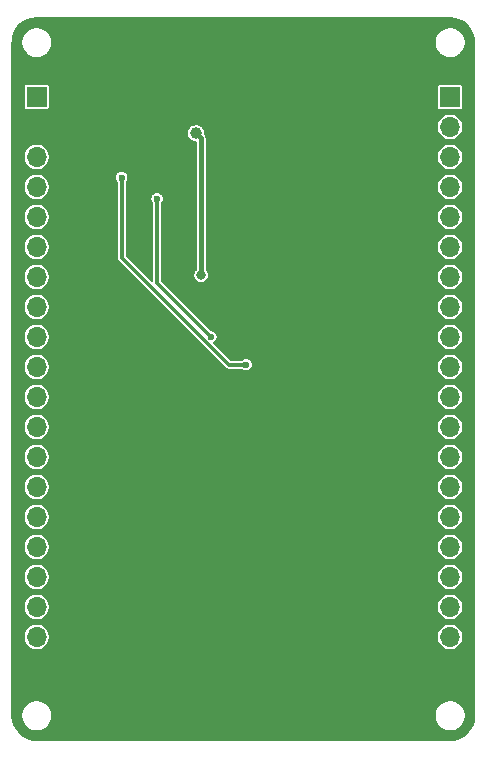
<source format=gbl>
G04 #@! TF.GenerationSoftware,KiCad,Pcbnew,(5.1.5)-3*
G04 #@! TF.CreationDate,2020-02-15T00:19:20-08:00*
G04 #@! TF.ProjectId,SimpleF303,53696d70-6c65-4463-9330-332e6b696361,0.1*
G04 #@! TF.SameCoordinates,Original*
G04 #@! TF.FileFunction,Copper,L2,Bot*
G04 #@! TF.FilePolarity,Positive*
%FSLAX46Y46*%
G04 Gerber Fmt 4.6, Leading zero omitted, Abs format (unit mm)*
G04 Created by KiCad (PCBNEW (5.1.5)-3) date 2020-02-15 00:19:20*
%MOMM*%
%LPD*%
G04 APERTURE LIST*
%ADD10O,1.700000X1.700000*%
%ADD11R,1.700000X1.700000*%
%ADD12C,0.600000*%
%ADD13C,1.000000*%
%ADD14C,0.800000*%
%ADD15C,0.400000*%
%ADD16C,0.300000*%
%ADD17C,0.130000*%
G04 APERTURE END LIST*
D10*
X145900000Y-167810000D03*
X145900000Y-165270000D03*
X145900000Y-162730000D03*
X145900000Y-160190000D03*
X145900000Y-157650000D03*
X145900000Y-155110000D03*
X145900000Y-152570000D03*
X145900000Y-150030000D03*
X145900000Y-147490000D03*
X145900000Y-144950000D03*
X145900000Y-142410000D03*
X145900000Y-139870000D03*
X145900000Y-137330000D03*
X145900000Y-134790000D03*
X145900000Y-132250000D03*
X145900000Y-129710000D03*
X145900000Y-127170000D03*
X145900000Y-124630000D03*
X145900000Y-122090000D03*
D11*
X145900000Y-119550000D03*
D10*
X110900000Y-167810000D03*
X110900000Y-165270000D03*
X110900000Y-162730000D03*
X110900000Y-160190000D03*
X110900000Y-157650000D03*
X110900000Y-155110000D03*
X110900000Y-152570000D03*
X110900000Y-150030000D03*
X110900000Y-147490000D03*
X110900000Y-144950000D03*
X110900000Y-142410000D03*
X110900000Y-139870000D03*
X110900000Y-137330000D03*
X110900000Y-134790000D03*
X110900000Y-132250000D03*
X110900000Y-129710000D03*
X110900000Y-127170000D03*
X110900000Y-124630000D03*
X110900000Y-122090000D03*
D11*
X110900000Y-119550000D03*
D12*
X124700000Y-116950000D03*
X124700000Y-117750000D03*
X128850000Y-144650000D03*
X125550000Y-148025000D03*
X128750000Y-152250000D03*
X133950000Y-144350000D03*
X123100000Y-132350000D03*
X122710000Y-128930000D03*
X120750000Y-124525000D03*
X123125000Y-146000000D03*
X128450000Y-138425000D03*
X132025000Y-117375000D03*
X128725000Y-130500000D03*
X137400000Y-136600000D03*
X128050000Y-145825000D03*
X133200000Y-114800000D03*
X123525000Y-114625000D03*
D13*
X127780000Y-122720000D03*
D14*
X124822500Y-134657500D03*
D13*
X124402500Y-122630000D03*
D12*
X128630000Y-142220010D03*
X118090000Y-126380000D03*
X125660000Y-139880000D03*
X121100000Y-128170000D03*
D15*
X124822500Y-123050000D02*
X124822500Y-134657500D01*
X124402500Y-122630000D02*
X124822500Y-123050000D01*
D16*
X118090000Y-133170000D02*
X118090000Y-126380000D01*
X128630000Y-142220010D02*
X127140010Y-142220010D01*
X127140010Y-142220010D02*
X118090000Y-133170000D01*
X125660000Y-139880000D02*
X121100000Y-135320000D01*
X121100000Y-135320000D02*
X121100000Y-128170000D01*
D17*
G36*
X146299851Y-112930596D02*
G01*
X146684472Y-113046720D01*
X147039215Y-113235339D01*
X147350565Y-113489270D01*
X147606665Y-113798842D01*
X147797755Y-114152254D01*
X147916564Y-114536062D01*
X147959996Y-114949293D01*
X147960001Y-114950719D01*
X147960000Y-171935816D01*
X147919404Y-172349850D01*
X147803278Y-172734476D01*
X147614659Y-173089216D01*
X147360728Y-173400567D01*
X147051158Y-173656665D01*
X146697746Y-173847754D01*
X146313937Y-173966564D01*
X145900707Y-174009996D01*
X145899568Y-174010000D01*
X110914184Y-174010000D01*
X110500150Y-173969404D01*
X110115524Y-173853278D01*
X109760784Y-173664659D01*
X109449433Y-173410728D01*
X109193335Y-173101158D01*
X109002246Y-172747746D01*
X108883436Y-172363937D01*
X108840004Y-171950707D01*
X108840000Y-171949568D01*
X108840000Y-171820484D01*
X109585000Y-171820484D01*
X109585000Y-172079516D01*
X109635534Y-172333571D01*
X109734662Y-172572886D01*
X109878573Y-172788264D01*
X110061736Y-172971427D01*
X110277114Y-173115338D01*
X110516429Y-173214466D01*
X110770484Y-173265000D01*
X111029516Y-173265000D01*
X111283571Y-173214466D01*
X111522886Y-173115338D01*
X111738264Y-172971427D01*
X111921427Y-172788264D01*
X112065338Y-172572886D01*
X112164466Y-172333571D01*
X112215000Y-172079516D01*
X112215000Y-171820484D01*
X144585000Y-171820484D01*
X144585000Y-172079516D01*
X144635534Y-172333571D01*
X144734662Y-172572886D01*
X144878573Y-172788264D01*
X145061736Y-172971427D01*
X145277114Y-173115338D01*
X145516429Y-173214466D01*
X145770484Y-173265000D01*
X146029516Y-173265000D01*
X146283571Y-173214466D01*
X146522886Y-173115338D01*
X146738264Y-172971427D01*
X146921427Y-172788264D01*
X147065338Y-172572886D01*
X147164466Y-172333571D01*
X147215000Y-172079516D01*
X147215000Y-171820484D01*
X147164466Y-171566429D01*
X147065338Y-171327114D01*
X146921427Y-171111736D01*
X146738264Y-170928573D01*
X146522886Y-170784662D01*
X146283571Y-170685534D01*
X146029516Y-170635000D01*
X145770484Y-170635000D01*
X145516429Y-170685534D01*
X145277114Y-170784662D01*
X145061736Y-170928573D01*
X144878573Y-171111736D01*
X144734662Y-171327114D01*
X144635534Y-171566429D01*
X144585000Y-171820484D01*
X112215000Y-171820484D01*
X112164466Y-171566429D01*
X112065338Y-171327114D01*
X111921427Y-171111736D01*
X111738264Y-170928573D01*
X111522886Y-170784662D01*
X111283571Y-170685534D01*
X111029516Y-170635000D01*
X110770484Y-170635000D01*
X110516429Y-170685534D01*
X110277114Y-170784662D01*
X110061736Y-170928573D01*
X109878573Y-171111736D01*
X109734662Y-171327114D01*
X109635534Y-171566429D01*
X109585000Y-171820484D01*
X108840000Y-171820484D01*
X108840000Y-165160182D01*
X109785000Y-165160182D01*
X109785000Y-165379818D01*
X109827849Y-165595234D01*
X109911900Y-165798151D01*
X110033923Y-165980771D01*
X110189229Y-166136077D01*
X110371849Y-166258100D01*
X110574766Y-166342151D01*
X110790182Y-166385000D01*
X111009818Y-166385000D01*
X111225234Y-166342151D01*
X111428151Y-166258100D01*
X111610771Y-166136077D01*
X111766077Y-165980771D01*
X111888100Y-165798151D01*
X111972151Y-165595234D01*
X112015000Y-165379818D01*
X112015000Y-165160182D01*
X144785000Y-165160182D01*
X144785000Y-165379818D01*
X144827849Y-165595234D01*
X144911900Y-165798151D01*
X145033923Y-165980771D01*
X145189229Y-166136077D01*
X145371849Y-166258100D01*
X145574766Y-166342151D01*
X145790182Y-166385000D01*
X146009818Y-166385000D01*
X146225234Y-166342151D01*
X146428151Y-166258100D01*
X146610771Y-166136077D01*
X146766077Y-165980771D01*
X146888100Y-165798151D01*
X146972151Y-165595234D01*
X147015000Y-165379818D01*
X147015000Y-165160182D01*
X146972151Y-164944766D01*
X146888100Y-164741849D01*
X146766077Y-164559229D01*
X146610771Y-164403923D01*
X146428151Y-164281900D01*
X146225234Y-164197849D01*
X146009818Y-164155000D01*
X145790182Y-164155000D01*
X145574766Y-164197849D01*
X145371849Y-164281900D01*
X145189229Y-164403923D01*
X145033923Y-164559229D01*
X144911900Y-164741849D01*
X144827849Y-164944766D01*
X144785000Y-165160182D01*
X112015000Y-165160182D01*
X111972151Y-164944766D01*
X111888100Y-164741849D01*
X111766077Y-164559229D01*
X111610771Y-164403923D01*
X111428151Y-164281900D01*
X111225234Y-164197849D01*
X111009818Y-164155000D01*
X110790182Y-164155000D01*
X110574766Y-164197849D01*
X110371849Y-164281900D01*
X110189229Y-164403923D01*
X110033923Y-164559229D01*
X109911900Y-164741849D01*
X109827849Y-164944766D01*
X109785000Y-165160182D01*
X108840000Y-165160182D01*
X108840000Y-162620182D01*
X109785000Y-162620182D01*
X109785000Y-162839818D01*
X109827849Y-163055234D01*
X109911900Y-163258151D01*
X110033923Y-163440771D01*
X110189229Y-163596077D01*
X110371849Y-163718100D01*
X110574766Y-163802151D01*
X110790182Y-163845000D01*
X111009818Y-163845000D01*
X111225234Y-163802151D01*
X111428151Y-163718100D01*
X111610771Y-163596077D01*
X111766077Y-163440771D01*
X111888100Y-163258151D01*
X111972151Y-163055234D01*
X112015000Y-162839818D01*
X112015000Y-162620182D01*
X144785000Y-162620182D01*
X144785000Y-162839818D01*
X144827849Y-163055234D01*
X144911900Y-163258151D01*
X145033923Y-163440771D01*
X145189229Y-163596077D01*
X145371849Y-163718100D01*
X145574766Y-163802151D01*
X145790182Y-163845000D01*
X146009818Y-163845000D01*
X146225234Y-163802151D01*
X146428151Y-163718100D01*
X146610771Y-163596077D01*
X146766077Y-163440771D01*
X146888100Y-163258151D01*
X146972151Y-163055234D01*
X147015000Y-162839818D01*
X147015000Y-162620182D01*
X146972151Y-162404766D01*
X146888100Y-162201849D01*
X146766077Y-162019229D01*
X146610771Y-161863923D01*
X146428151Y-161741900D01*
X146225234Y-161657849D01*
X146009818Y-161615000D01*
X145790182Y-161615000D01*
X145574766Y-161657849D01*
X145371849Y-161741900D01*
X145189229Y-161863923D01*
X145033923Y-162019229D01*
X144911900Y-162201849D01*
X144827849Y-162404766D01*
X144785000Y-162620182D01*
X112015000Y-162620182D01*
X111972151Y-162404766D01*
X111888100Y-162201849D01*
X111766077Y-162019229D01*
X111610771Y-161863923D01*
X111428151Y-161741900D01*
X111225234Y-161657849D01*
X111009818Y-161615000D01*
X110790182Y-161615000D01*
X110574766Y-161657849D01*
X110371849Y-161741900D01*
X110189229Y-161863923D01*
X110033923Y-162019229D01*
X109911900Y-162201849D01*
X109827849Y-162404766D01*
X109785000Y-162620182D01*
X108840000Y-162620182D01*
X108840000Y-160080182D01*
X109785000Y-160080182D01*
X109785000Y-160299818D01*
X109827849Y-160515234D01*
X109911900Y-160718151D01*
X110033923Y-160900771D01*
X110189229Y-161056077D01*
X110371849Y-161178100D01*
X110574766Y-161262151D01*
X110790182Y-161305000D01*
X111009818Y-161305000D01*
X111225234Y-161262151D01*
X111428151Y-161178100D01*
X111610771Y-161056077D01*
X111766077Y-160900771D01*
X111888100Y-160718151D01*
X111972151Y-160515234D01*
X112015000Y-160299818D01*
X112015000Y-160080182D01*
X144785000Y-160080182D01*
X144785000Y-160299818D01*
X144827849Y-160515234D01*
X144911900Y-160718151D01*
X145033923Y-160900771D01*
X145189229Y-161056077D01*
X145371849Y-161178100D01*
X145574766Y-161262151D01*
X145790182Y-161305000D01*
X146009818Y-161305000D01*
X146225234Y-161262151D01*
X146428151Y-161178100D01*
X146610771Y-161056077D01*
X146766077Y-160900771D01*
X146888100Y-160718151D01*
X146972151Y-160515234D01*
X147015000Y-160299818D01*
X147015000Y-160080182D01*
X146972151Y-159864766D01*
X146888100Y-159661849D01*
X146766077Y-159479229D01*
X146610771Y-159323923D01*
X146428151Y-159201900D01*
X146225234Y-159117849D01*
X146009818Y-159075000D01*
X145790182Y-159075000D01*
X145574766Y-159117849D01*
X145371849Y-159201900D01*
X145189229Y-159323923D01*
X145033923Y-159479229D01*
X144911900Y-159661849D01*
X144827849Y-159864766D01*
X144785000Y-160080182D01*
X112015000Y-160080182D01*
X111972151Y-159864766D01*
X111888100Y-159661849D01*
X111766077Y-159479229D01*
X111610771Y-159323923D01*
X111428151Y-159201900D01*
X111225234Y-159117849D01*
X111009818Y-159075000D01*
X110790182Y-159075000D01*
X110574766Y-159117849D01*
X110371849Y-159201900D01*
X110189229Y-159323923D01*
X110033923Y-159479229D01*
X109911900Y-159661849D01*
X109827849Y-159864766D01*
X109785000Y-160080182D01*
X108840000Y-160080182D01*
X108840000Y-157540182D01*
X109785000Y-157540182D01*
X109785000Y-157759818D01*
X109827849Y-157975234D01*
X109911900Y-158178151D01*
X110033923Y-158360771D01*
X110189229Y-158516077D01*
X110371849Y-158638100D01*
X110574766Y-158722151D01*
X110790182Y-158765000D01*
X111009818Y-158765000D01*
X111225234Y-158722151D01*
X111428151Y-158638100D01*
X111610771Y-158516077D01*
X111766077Y-158360771D01*
X111888100Y-158178151D01*
X111972151Y-157975234D01*
X112015000Y-157759818D01*
X112015000Y-157540182D01*
X144785000Y-157540182D01*
X144785000Y-157759818D01*
X144827849Y-157975234D01*
X144911900Y-158178151D01*
X145033923Y-158360771D01*
X145189229Y-158516077D01*
X145371849Y-158638100D01*
X145574766Y-158722151D01*
X145790182Y-158765000D01*
X146009818Y-158765000D01*
X146225234Y-158722151D01*
X146428151Y-158638100D01*
X146610771Y-158516077D01*
X146766077Y-158360771D01*
X146888100Y-158178151D01*
X146972151Y-157975234D01*
X147015000Y-157759818D01*
X147015000Y-157540182D01*
X146972151Y-157324766D01*
X146888100Y-157121849D01*
X146766077Y-156939229D01*
X146610771Y-156783923D01*
X146428151Y-156661900D01*
X146225234Y-156577849D01*
X146009818Y-156535000D01*
X145790182Y-156535000D01*
X145574766Y-156577849D01*
X145371849Y-156661900D01*
X145189229Y-156783923D01*
X145033923Y-156939229D01*
X144911900Y-157121849D01*
X144827849Y-157324766D01*
X144785000Y-157540182D01*
X112015000Y-157540182D01*
X111972151Y-157324766D01*
X111888100Y-157121849D01*
X111766077Y-156939229D01*
X111610771Y-156783923D01*
X111428151Y-156661900D01*
X111225234Y-156577849D01*
X111009818Y-156535000D01*
X110790182Y-156535000D01*
X110574766Y-156577849D01*
X110371849Y-156661900D01*
X110189229Y-156783923D01*
X110033923Y-156939229D01*
X109911900Y-157121849D01*
X109827849Y-157324766D01*
X109785000Y-157540182D01*
X108840000Y-157540182D01*
X108840000Y-155000182D01*
X109785000Y-155000182D01*
X109785000Y-155219818D01*
X109827849Y-155435234D01*
X109911900Y-155638151D01*
X110033923Y-155820771D01*
X110189229Y-155976077D01*
X110371849Y-156098100D01*
X110574766Y-156182151D01*
X110790182Y-156225000D01*
X111009818Y-156225000D01*
X111225234Y-156182151D01*
X111428151Y-156098100D01*
X111610771Y-155976077D01*
X111766077Y-155820771D01*
X111888100Y-155638151D01*
X111972151Y-155435234D01*
X112015000Y-155219818D01*
X112015000Y-155000182D01*
X144785000Y-155000182D01*
X144785000Y-155219818D01*
X144827849Y-155435234D01*
X144911900Y-155638151D01*
X145033923Y-155820771D01*
X145189229Y-155976077D01*
X145371849Y-156098100D01*
X145574766Y-156182151D01*
X145790182Y-156225000D01*
X146009818Y-156225000D01*
X146225234Y-156182151D01*
X146428151Y-156098100D01*
X146610771Y-155976077D01*
X146766077Y-155820771D01*
X146888100Y-155638151D01*
X146972151Y-155435234D01*
X147015000Y-155219818D01*
X147015000Y-155000182D01*
X146972151Y-154784766D01*
X146888100Y-154581849D01*
X146766077Y-154399229D01*
X146610771Y-154243923D01*
X146428151Y-154121900D01*
X146225234Y-154037849D01*
X146009818Y-153995000D01*
X145790182Y-153995000D01*
X145574766Y-154037849D01*
X145371849Y-154121900D01*
X145189229Y-154243923D01*
X145033923Y-154399229D01*
X144911900Y-154581849D01*
X144827849Y-154784766D01*
X144785000Y-155000182D01*
X112015000Y-155000182D01*
X111972151Y-154784766D01*
X111888100Y-154581849D01*
X111766077Y-154399229D01*
X111610771Y-154243923D01*
X111428151Y-154121900D01*
X111225234Y-154037849D01*
X111009818Y-153995000D01*
X110790182Y-153995000D01*
X110574766Y-154037849D01*
X110371849Y-154121900D01*
X110189229Y-154243923D01*
X110033923Y-154399229D01*
X109911900Y-154581849D01*
X109827849Y-154784766D01*
X109785000Y-155000182D01*
X108840000Y-155000182D01*
X108840000Y-152460182D01*
X109785000Y-152460182D01*
X109785000Y-152679818D01*
X109827849Y-152895234D01*
X109911900Y-153098151D01*
X110033923Y-153280771D01*
X110189229Y-153436077D01*
X110371849Y-153558100D01*
X110574766Y-153642151D01*
X110790182Y-153685000D01*
X111009818Y-153685000D01*
X111225234Y-153642151D01*
X111428151Y-153558100D01*
X111610771Y-153436077D01*
X111766077Y-153280771D01*
X111888100Y-153098151D01*
X111972151Y-152895234D01*
X112015000Y-152679818D01*
X112015000Y-152460182D01*
X144785000Y-152460182D01*
X144785000Y-152679818D01*
X144827849Y-152895234D01*
X144911900Y-153098151D01*
X145033923Y-153280771D01*
X145189229Y-153436077D01*
X145371849Y-153558100D01*
X145574766Y-153642151D01*
X145790182Y-153685000D01*
X146009818Y-153685000D01*
X146225234Y-153642151D01*
X146428151Y-153558100D01*
X146610771Y-153436077D01*
X146766077Y-153280771D01*
X146888100Y-153098151D01*
X146972151Y-152895234D01*
X147015000Y-152679818D01*
X147015000Y-152460182D01*
X146972151Y-152244766D01*
X146888100Y-152041849D01*
X146766077Y-151859229D01*
X146610771Y-151703923D01*
X146428151Y-151581900D01*
X146225234Y-151497849D01*
X146009818Y-151455000D01*
X145790182Y-151455000D01*
X145574766Y-151497849D01*
X145371849Y-151581900D01*
X145189229Y-151703923D01*
X145033923Y-151859229D01*
X144911900Y-152041849D01*
X144827849Y-152244766D01*
X144785000Y-152460182D01*
X112015000Y-152460182D01*
X111972151Y-152244766D01*
X111888100Y-152041849D01*
X111766077Y-151859229D01*
X111610771Y-151703923D01*
X111428151Y-151581900D01*
X111225234Y-151497849D01*
X111009818Y-151455000D01*
X110790182Y-151455000D01*
X110574766Y-151497849D01*
X110371849Y-151581900D01*
X110189229Y-151703923D01*
X110033923Y-151859229D01*
X109911900Y-152041849D01*
X109827849Y-152244766D01*
X109785000Y-152460182D01*
X108840000Y-152460182D01*
X108840000Y-149920182D01*
X109785000Y-149920182D01*
X109785000Y-150139818D01*
X109827849Y-150355234D01*
X109911900Y-150558151D01*
X110033923Y-150740771D01*
X110189229Y-150896077D01*
X110371849Y-151018100D01*
X110574766Y-151102151D01*
X110790182Y-151145000D01*
X111009818Y-151145000D01*
X111225234Y-151102151D01*
X111428151Y-151018100D01*
X111610771Y-150896077D01*
X111766077Y-150740771D01*
X111888100Y-150558151D01*
X111972151Y-150355234D01*
X112015000Y-150139818D01*
X112015000Y-149920182D01*
X144785000Y-149920182D01*
X144785000Y-150139818D01*
X144827849Y-150355234D01*
X144911900Y-150558151D01*
X145033923Y-150740771D01*
X145189229Y-150896077D01*
X145371849Y-151018100D01*
X145574766Y-151102151D01*
X145790182Y-151145000D01*
X146009818Y-151145000D01*
X146225234Y-151102151D01*
X146428151Y-151018100D01*
X146610771Y-150896077D01*
X146766077Y-150740771D01*
X146888100Y-150558151D01*
X146972151Y-150355234D01*
X147015000Y-150139818D01*
X147015000Y-149920182D01*
X146972151Y-149704766D01*
X146888100Y-149501849D01*
X146766077Y-149319229D01*
X146610771Y-149163923D01*
X146428151Y-149041900D01*
X146225234Y-148957849D01*
X146009818Y-148915000D01*
X145790182Y-148915000D01*
X145574766Y-148957849D01*
X145371849Y-149041900D01*
X145189229Y-149163923D01*
X145033923Y-149319229D01*
X144911900Y-149501849D01*
X144827849Y-149704766D01*
X144785000Y-149920182D01*
X112015000Y-149920182D01*
X111972151Y-149704766D01*
X111888100Y-149501849D01*
X111766077Y-149319229D01*
X111610771Y-149163923D01*
X111428151Y-149041900D01*
X111225234Y-148957849D01*
X111009818Y-148915000D01*
X110790182Y-148915000D01*
X110574766Y-148957849D01*
X110371849Y-149041900D01*
X110189229Y-149163923D01*
X110033923Y-149319229D01*
X109911900Y-149501849D01*
X109827849Y-149704766D01*
X109785000Y-149920182D01*
X108840000Y-149920182D01*
X108840000Y-147380182D01*
X109785000Y-147380182D01*
X109785000Y-147599818D01*
X109827849Y-147815234D01*
X109911900Y-148018151D01*
X110033923Y-148200771D01*
X110189229Y-148356077D01*
X110371849Y-148478100D01*
X110574766Y-148562151D01*
X110790182Y-148605000D01*
X111009818Y-148605000D01*
X111225234Y-148562151D01*
X111428151Y-148478100D01*
X111610771Y-148356077D01*
X111766077Y-148200771D01*
X111888100Y-148018151D01*
X111972151Y-147815234D01*
X112015000Y-147599818D01*
X112015000Y-147380182D01*
X144785000Y-147380182D01*
X144785000Y-147599818D01*
X144827849Y-147815234D01*
X144911900Y-148018151D01*
X145033923Y-148200771D01*
X145189229Y-148356077D01*
X145371849Y-148478100D01*
X145574766Y-148562151D01*
X145790182Y-148605000D01*
X146009818Y-148605000D01*
X146225234Y-148562151D01*
X146428151Y-148478100D01*
X146610771Y-148356077D01*
X146766077Y-148200771D01*
X146888100Y-148018151D01*
X146972151Y-147815234D01*
X147015000Y-147599818D01*
X147015000Y-147380182D01*
X146972151Y-147164766D01*
X146888100Y-146961849D01*
X146766077Y-146779229D01*
X146610771Y-146623923D01*
X146428151Y-146501900D01*
X146225234Y-146417849D01*
X146009818Y-146375000D01*
X145790182Y-146375000D01*
X145574766Y-146417849D01*
X145371849Y-146501900D01*
X145189229Y-146623923D01*
X145033923Y-146779229D01*
X144911900Y-146961849D01*
X144827849Y-147164766D01*
X144785000Y-147380182D01*
X112015000Y-147380182D01*
X111972151Y-147164766D01*
X111888100Y-146961849D01*
X111766077Y-146779229D01*
X111610771Y-146623923D01*
X111428151Y-146501900D01*
X111225234Y-146417849D01*
X111009818Y-146375000D01*
X110790182Y-146375000D01*
X110574766Y-146417849D01*
X110371849Y-146501900D01*
X110189229Y-146623923D01*
X110033923Y-146779229D01*
X109911900Y-146961849D01*
X109827849Y-147164766D01*
X109785000Y-147380182D01*
X108840000Y-147380182D01*
X108840000Y-144840182D01*
X109785000Y-144840182D01*
X109785000Y-145059818D01*
X109827849Y-145275234D01*
X109911900Y-145478151D01*
X110033923Y-145660771D01*
X110189229Y-145816077D01*
X110371849Y-145938100D01*
X110574766Y-146022151D01*
X110790182Y-146065000D01*
X111009818Y-146065000D01*
X111225234Y-146022151D01*
X111428151Y-145938100D01*
X111610771Y-145816077D01*
X111766077Y-145660771D01*
X111888100Y-145478151D01*
X111972151Y-145275234D01*
X112015000Y-145059818D01*
X112015000Y-144840182D01*
X144785000Y-144840182D01*
X144785000Y-145059818D01*
X144827849Y-145275234D01*
X144911900Y-145478151D01*
X145033923Y-145660771D01*
X145189229Y-145816077D01*
X145371849Y-145938100D01*
X145574766Y-146022151D01*
X145790182Y-146065000D01*
X146009818Y-146065000D01*
X146225234Y-146022151D01*
X146428151Y-145938100D01*
X146610771Y-145816077D01*
X146766077Y-145660771D01*
X146888100Y-145478151D01*
X146972151Y-145275234D01*
X147015000Y-145059818D01*
X147015000Y-144840182D01*
X146972151Y-144624766D01*
X146888100Y-144421849D01*
X146766077Y-144239229D01*
X146610771Y-144083923D01*
X146428151Y-143961900D01*
X146225234Y-143877849D01*
X146009818Y-143835000D01*
X145790182Y-143835000D01*
X145574766Y-143877849D01*
X145371849Y-143961900D01*
X145189229Y-144083923D01*
X145033923Y-144239229D01*
X144911900Y-144421849D01*
X144827849Y-144624766D01*
X144785000Y-144840182D01*
X112015000Y-144840182D01*
X111972151Y-144624766D01*
X111888100Y-144421849D01*
X111766077Y-144239229D01*
X111610771Y-144083923D01*
X111428151Y-143961900D01*
X111225234Y-143877849D01*
X111009818Y-143835000D01*
X110790182Y-143835000D01*
X110574766Y-143877849D01*
X110371849Y-143961900D01*
X110189229Y-144083923D01*
X110033923Y-144239229D01*
X109911900Y-144421849D01*
X109827849Y-144624766D01*
X109785000Y-144840182D01*
X108840000Y-144840182D01*
X108840000Y-142300182D01*
X109785000Y-142300182D01*
X109785000Y-142519818D01*
X109827849Y-142735234D01*
X109911900Y-142938151D01*
X110033923Y-143120771D01*
X110189229Y-143276077D01*
X110371849Y-143398100D01*
X110574766Y-143482151D01*
X110790182Y-143525000D01*
X111009818Y-143525000D01*
X111225234Y-143482151D01*
X111428151Y-143398100D01*
X111610771Y-143276077D01*
X111766077Y-143120771D01*
X111888100Y-142938151D01*
X111972151Y-142735234D01*
X112015000Y-142519818D01*
X112015000Y-142300182D01*
X111972151Y-142084766D01*
X111888100Y-141881849D01*
X111766077Y-141699229D01*
X111610771Y-141543923D01*
X111428151Y-141421900D01*
X111225234Y-141337849D01*
X111009818Y-141295000D01*
X110790182Y-141295000D01*
X110574766Y-141337849D01*
X110371849Y-141421900D01*
X110189229Y-141543923D01*
X110033923Y-141699229D01*
X109911900Y-141881849D01*
X109827849Y-142084766D01*
X109785000Y-142300182D01*
X108840000Y-142300182D01*
X108840000Y-139760182D01*
X109785000Y-139760182D01*
X109785000Y-139979818D01*
X109827849Y-140195234D01*
X109911900Y-140398151D01*
X110033923Y-140580771D01*
X110189229Y-140736077D01*
X110371849Y-140858100D01*
X110574766Y-140942151D01*
X110790182Y-140985000D01*
X111009818Y-140985000D01*
X111225234Y-140942151D01*
X111428151Y-140858100D01*
X111610771Y-140736077D01*
X111766077Y-140580771D01*
X111888100Y-140398151D01*
X111972151Y-140195234D01*
X112015000Y-139979818D01*
X112015000Y-139760182D01*
X111972151Y-139544766D01*
X111888100Y-139341849D01*
X111766077Y-139159229D01*
X111610771Y-139003923D01*
X111428151Y-138881900D01*
X111225234Y-138797849D01*
X111009818Y-138755000D01*
X110790182Y-138755000D01*
X110574766Y-138797849D01*
X110371849Y-138881900D01*
X110189229Y-139003923D01*
X110033923Y-139159229D01*
X109911900Y-139341849D01*
X109827849Y-139544766D01*
X109785000Y-139760182D01*
X108840000Y-139760182D01*
X108840000Y-137220182D01*
X109785000Y-137220182D01*
X109785000Y-137439818D01*
X109827849Y-137655234D01*
X109911900Y-137858151D01*
X110033923Y-138040771D01*
X110189229Y-138196077D01*
X110371849Y-138318100D01*
X110574766Y-138402151D01*
X110790182Y-138445000D01*
X111009818Y-138445000D01*
X111225234Y-138402151D01*
X111428151Y-138318100D01*
X111610771Y-138196077D01*
X111766077Y-138040771D01*
X111888100Y-137858151D01*
X111972151Y-137655234D01*
X112015000Y-137439818D01*
X112015000Y-137220182D01*
X111972151Y-137004766D01*
X111888100Y-136801849D01*
X111766077Y-136619229D01*
X111610771Y-136463923D01*
X111428151Y-136341900D01*
X111225234Y-136257849D01*
X111009818Y-136215000D01*
X110790182Y-136215000D01*
X110574766Y-136257849D01*
X110371849Y-136341900D01*
X110189229Y-136463923D01*
X110033923Y-136619229D01*
X109911900Y-136801849D01*
X109827849Y-137004766D01*
X109785000Y-137220182D01*
X108840000Y-137220182D01*
X108840000Y-134680182D01*
X109785000Y-134680182D01*
X109785000Y-134899818D01*
X109827849Y-135115234D01*
X109911900Y-135318151D01*
X110033923Y-135500771D01*
X110189229Y-135656077D01*
X110371849Y-135778100D01*
X110574766Y-135862151D01*
X110790182Y-135905000D01*
X111009818Y-135905000D01*
X111225234Y-135862151D01*
X111428151Y-135778100D01*
X111610771Y-135656077D01*
X111766077Y-135500771D01*
X111888100Y-135318151D01*
X111972151Y-135115234D01*
X112015000Y-134899818D01*
X112015000Y-134680182D01*
X111972151Y-134464766D01*
X111888100Y-134261849D01*
X111766077Y-134079229D01*
X111610771Y-133923923D01*
X111428151Y-133801900D01*
X111225234Y-133717849D01*
X111009818Y-133675000D01*
X110790182Y-133675000D01*
X110574766Y-133717849D01*
X110371849Y-133801900D01*
X110189229Y-133923923D01*
X110033923Y-134079229D01*
X109911900Y-134261849D01*
X109827849Y-134464766D01*
X109785000Y-134680182D01*
X108840000Y-134680182D01*
X108840000Y-132140182D01*
X109785000Y-132140182D01*
X109785000Y-132359818D01*
X109827849Y-132575234D01*
X109911900Y-132778151D01*
X110033923Y-132960771D01*
X110189229Y-133116077D01*
X110371849Y-133238100D01*
X110574766Y-133322151D01*
X110790182Y-133365000D01*
X111009818Y-133365000D01*
X111225234Y-133322151D01*
X111428151Y-133238100D01*
X111610771Y-133116077D01*
X111766077Y-132960771D01*
X111888100Y-132778151D01*
X111972151Y-132575234D01*
X112015000Y-132359818D01*
X112015000Y-132140182D01*
X111972151Y-131924766D01*
X111888100Y-131721849D01*
X111766077Y-131539229D01*
X111610771Y-131383923D01*
X111428151Y-131261900D01*
X111225234Y-131177849D01*
X111009818Y-131135000D01*
X110790182Y-131135000D01*
X110574766Y-131177849D01*
X110371849Y-131261900D01*
X110189229Y-131383923D01*
X110033923Y-131539229D01*
X109911900Y-131721849D01*
X109827849Y-131924766D01*
X109785000Y-132140182D01*
X108840000Y-132140182D01*
X108840000Y-129600182D01*
X109785000Y-129600182D01*
X109785000Y-129819818D01*
X109827849Y-130035234D01*
X109911900Y-130238151D01*
X110033923Y-130420771D01*
X110189229Y-130576077D01*
X110371849Y-130698100D01*
X110574766Y-130782151D01*
X110790182Y-130825000D01*
X111009818Y-130825000D01*
X111225234Y-130782151D01*
X111428151Y-130698100D01*
X111610771Y-130576077D01*
X111766077Y-130420771D01*
X111888100Y-130238151D01*
X111972151Y-130035234D01*
X112015000Y-129819818D01*
X112015000Y-129600182D01*
X111972151Y-129384766D01*
X111888100Y-129181849D01*
X111766077Y-128999229D01*
X111610771Y-128843923D01*
X111428151Y-128721900D01*
X111225234Y-128637849D01*
X111009818Y-128595000D01*
X110790182Y-128595000D01*
X110574766Y-128637849D01*
X110371849Y-128721900D01*
X110189229Y-128843923D01*
X110033923Y-128999229D01*
X109911900Y-129181849D01*
X109827849Y-129384766D01*
X109785000Y-129600182D01*
X108840000Y-129600182D01*
X108840000Y-127060182D01*
X109785000Y-127060182D01*
X109785000Y-127279818D01*
X109827849Y-127495234D01*
X109911900Y-127698151D01*
X110033923Y-127880771D01*
X110189229Y-128036077D01*
X110371849Y-128158100D01*
X110574766Y-128242151D01*
X110790182Y-128285000D01*
X111009818Y-128285000D01*
X111225234Y-128242151D01*
X111428151Y-128158100D01*
X111610771Y-128036077D01*
X111766077Y-127880771D01*
X111888100Y-127698151D01*
X111972151Y-127495234D01*
X112015000Y-127279818D01*
X112015000Y-127060182D01*
X111972151Y-126844766D01*
X111888100Y-126641849D01*
X111766077Y-126459229D01*
X111631200Y-126324352D01*
X117525000Y-126324352D01*
X117525000Y-126435648D01*
X117546712Y-126544804D01*
X117589303Y-126647628D01*
X117651136Y-126740167D01*
X117675001Y-126764032D01*
X117675000Y-133149623D01*
X117672993Y-133170000D01*
X117675000Y-133190377D01*
X117675000Y-133190386D01*
X117681005Y-133251353D01*
X117702481Y-133322151D01*
X117704735Y-133329581D01*
X117743271Y-133401677D01*
X117782135Y-133449033D01*
X117795131Y-133464869D01*
X117810968Y-133477866D01*
X126832149Y-142499048D01*
X126845141Y-142514879D01*
X126860972Y-142527871D01*
X126860976Y-142527875D01*
X126908332Y-142566739D01*
X126933473Y-142580177D01*
X126980428Y-142605275D01*
X127058656Y-142629005D01*
X127119623Y-142635010D01*
X127119633Y-142635010D01*
X127140010Y-142637017D01*
X127160387Y-142635010D01*
X128245969Y-142635010D01*
X128269833Y-142658874D01*
X128362372Y-142720707D01*
X128465196Y-142763298D01*
X128574352Y-142785010D01*
X128685648Y-142785010D01*
X128794804Y-142763298D01*
X128897628Y-142720707D01*
X128990167Y-142658874D01*
X129068864Y-142580177D01*
X129130697Y-142487638D01*
X129173288Y-142384814D01*
X129190121Y-142300182D01*
X144785000Y-142300182D01*
X144785000Y-142519818D01*
X144827849Y-142735234D01*
X144911900Y-142938151D01*
X145033923Y-143120771D01*
X145189229Y-143276077D01*
X145371849Y-143398100D01*
X145574766Y-143482151D01*
X145790182Y-143525000D01*
X146009818Y-143525000D01*
X146225234Y-143482151D01*
X146428151Y-143398100D01*
X146610771Y-143276077D01*
X146766077Y-143120771D01*
X146888100Y-142938151D01*
X146972151Y-142735234D01*
X147015000Y-142519818D01*
X147015000Y-142300182D01*
X146972151Y-142084766D01*
X146888100Y-141881849D01*
X146766077Y-141699229D01*
X146610771Y-141543923D01*
X146428151Y-141421900D01*
X146225234Y-141337849D01*
X146009818Y-141295000D01*
X145790182Y-141295000D01*
X145574766Y-141337849D01*
X145371849Y-141421900D01*
X145189229Y-141543923D01*
X145033923Y-141699229D01*
X144911900Y-141881849D01*
X144827849Y-142084766D01*
X144785000Y-142300182D01*
X129190121Y-142300182D01*
X129195000Y-142275658D01*
X129195000Y-142164362D01*
X129173288Y-142055206D01*
X129130697Y-141952382D01*
X129068864Y-141859843D01*
X128990167Y-141781146D01*
X128897628Y-141719313D01*
X128794804Y-141676722D01*
X128685648Y-141655010D01*
X128574352Y-141655010D01*
X128465196Y-141676722D01*
X128362372Y-141719313D01*
X128269833Y-141781146D01*
X128245969Y-141805010D01*
X127311909Y-141805010D01*
X125899321Y-140392422D01*
X125927628Y-140380697D01*
X126020167Y-140318864D01*
X126098864Y-140240167D01*
X126160697Y-140147628D01*
X126203288Y-140044804D01*
X126225000Y-139935648D01*
X126225000Y-139824352D01*
X126212237Y-139760182D01*
X144785000Y-139760182D01*
X144785000Y-139979818D01*
X144827849Y-140195234D01*
X144911900Y-140398151D01*
X145033923Y-140580771D01*
X145189229Y-140736077D01*
X145371849Y-140858100D01*
X145574766Y-140942151D01*
X145790182Y-140985000D01*
X146009818Y-140985000D01*
X146225234Y-140942151D01*
X146428151Y-140858100D01*
X146610771Y-140736077D01*
X146766077Y-140580771D01*
X146888100Y-140398151D01*
X146972151Y-140195234D01*
X147015000Y-139979818D01*
X147015000Y-139760182D01*
X146972151Y-139544766D01*
X146888100Y-139341849D01*
X146766077Y-139159229D01*
X146610771Y-139003923D01*
X146428151Y-138881900D01*
X146225234Y-138797849D01*
X146009818Y-138755000D01*
X145790182Y-138755000D01*
X145574766Y-138797849D01*
X145371849Y-138881900D01*
X145189229Y-139003923D01*
X145033923Y-139159229D01*
X144911900Y-139341849D01*
X144827849Y-139544766D01*
X144785000Y-139760182D01*
X126212237Y-139760182D01*
X126203288Y-139715196D01*
X126160697Y-139612372D01*
X126098864Y-139519833D01*
X126020167Y-139441136D01*
X125927628Y-139379303D01*
X125824804Y-139336712D01*
X125715648Y-139315000D01*
X125681899Y-139315000D01*
X123587081Y-137220182D01*
X144785000Y-137220182D01*
X144785000Y-137439818D01*
X144827849Y-137655234D01*
X144911900Y-137858151D01*
X145033923Y-138040771D01*
X145189229Y-138196077D01*
X145371849Y-138318100D01*
X145574766Y-138402151D01*
X145790182Y-138445000D01*
X146009818Y-138445000D01*
X146225234Y-138402151D01*
X146428151Y-138318100D01*
X146610771Y-138196077D01*
X146766077Y-138040771D01*
X146888100Y-137858151D01*
X146972151Y-137655234D01*
X147015000Y-137439818D01*
X147015000Y-137220182D01*
X146972151Y-137004766D01*
X146888100Y-136801849D01*
X146766077Y-136619229D01*
X146610771Y-136463923D01*
X146428151Y-136341900D01*
X146225234Y-136257849D01*
X146009818Y-136215000D01*
X145790182Y-136215000D01*
X145574766Y-136257849D01*
X145371849Y-136341900D01*
X145189229Y-136463923D01*
X145033923Y-136619229D01*
X144911900Y-136801849D01*
X144827849Y-137004766D01*
X144785000Y-137220182D01*
X123587081Y-137220182D01*
X121515000Y-135148102D01*
X121515000Y-128554031D01*
X121538864Y-128530167D01*
X121600697Y-128437628D01*
X121643288Y-128334804D01*
X121665000Y-128225648D01*
X121665000Y-128114352D01*
X121643288Y-128005196D01*
X121600697Y-127902372D01*
X121538864Y-127809833D01*
X121460167Y-127731136D01*
X121367628Y-127669303D01*
X121264804Y-127626712D01*
X121155648Y-127605000D01*
X121044352Y-127605000D01*
X120935196Y-127626712D01*
X120832372Y-127669303D01*
X120739833Y-127731136D01*
X120661136Y-127809833D01*
X120599303Y-127902372D01*
X120556712Y-128005196D01*
X120535000Y-128114352D01*
X120535000Y-128225648D01*
X120556712Y-128334804D01*
X120599303Y-128437628D01*
X120661136Y-128530167D01*
X120685001Y-128554032D01*
X120685000Y-135178102D01*
X118505000Y-132998102D01*
X118505000Y-126764031D01*
X118528864Y-126740167D01*
X118590697Y-126647628D01*
X118633288Y-126544804D01*
X118655000Y-126435648D01*
X118655000Y-126324352D01*
X118633288Y-126215196D01*
X118590697Y-126112372D01*
X118528864Y-126019833D01*
X118450167Y-125941136D01*
X118357628Y-125879303D01*
X118254804Y-125836712D01*
X118145648Y-125815000D01*
X118034352Y-125815000D01*
X117925196Y-125836712D01*
X117822372Y-125879303D01*
X117729833Y-125941136D01*
X117651136Y-126019833D01*
X117589303Y-126112372D01*
X117546712Y-126215196D01*
X117525000Y-126324352D01*
X111631200Y-126324352D01*
X111610771Y-126303923D01*
X111428151Y-126181900D01*
X111225234Y-126097849D01*
X111009818Y-126055000D01*
X110790182Y-126055000D01*
X110574766Y-126097849D01*
X110371849Y-126181900D01*
X110189229Y-126303923D01*
X110033923Y-126459229D01*
X109911900Y-126641849D01*
X109827849Y-126844766D01*
X109785000Y-127060182D01*
X108840000Y-127060182D01*
X108840000Y-124520182D01*
X109785000Y-124520182D01*
X109785000Y-124739818D01*
X109827849Y-124955234D01*
X109911900Y-125158151D01*
X110033923Y-125340771D01*
X110189229Y-125496077D01*
X110371849Y-125618100D01*
X110574766Y-125702151D01*
X110790182Y-125745000D01*
X111009818Y-125745000D01*
X111225234Y-125702151D01*
X111428151Y-125618100D01*
X111610771Y-125496077D01*
X111766077Y-125340771D01*
X111888100Y-125158151D01*
X111972151Y-124955234D01*
X112015000Y-124739818D01*
X112015000Y-124520182D01*
X111972151Y-124304766D01*
X111888100Y-124101849D01*
X111766077Y-123919229D01*
X111610771Y-123763923D01*
X111428151Y-123641900D01*
X111225234Y-123557849D01*
X111009818Y-123515000D01*
X110790182Y-123515000D01*
X110574766Y-123557849D01*
X110371849Y-123641900D01*
X110189229Y-123763923D01*
X110033923Y-123919229D01*
X109911900Y-124101849D01*
X109827849Y-124304766D01*
X109785000Y-124520182D01*
X108840000Y-124520182D01*
X108840000Y-122554654D01*
X123637500Y-122554654D01*
X123637500Y-122705346D01*
X123666898Y-122853142D01*
X123724565Y-122992364D01*
X123808285Y-123117659D01*
X123914841Y-123224215D01*
X124040136Y-123307935D01*
X124179358Y-123365602D01*
X124327154Y-123395000D01*
X124357500Y-123395000D01*
X124357501Y-134182047D01*
X124305961Y-134233587D01*
X124233184Y-134342504D01*
X124183055Y-134463527D01*
X124157500Y-134592003D01*
X124157500Y-134722997D01*
X124183055Y-134851473D01*
X124233184Y-134972496D01*
X124305961Y-135081413D01*
X124398587Y-135174039D01*
X124507504Y-135246816D01*
X124628527Y-135296945D01*
X124757003Y-135322500D01*
X124887997Y-135322500D01*
X125016473Y-135296945D01*
X125137496Y-135246816D01*
X125246413Y-135174039D01*
X125339039Y-135081413D01*
X125411816Y-134972496D01*
X125461945Y-134851473D01*
X125487500Y-134722997D01*
X125487500Y-134680182D01*
X144785000Y-134680182D01*
X144785000Y-134899818D01*
X144827849Y-135115234D01*
X144911900Y-135318151D01*
X145033923Y-135500771D01*
X145189229Y-135656077D01*
X145371849Y-135778100D01*
X145574766Y-135862151D01*
X145790182Y-135905000D01*
X146009818Y-135905000D01*
X146225234Y-135862151D01*
X146428151Y-135778100D01*
X146610771Y-135656077D01*
X146766077Y-135500771D01*
X146888100Y-135318151D01*
X146972151Y-135115234D01*
X147015000Y-134899818D01*
X147015000Y-134680182D01*
X146972151Y-134464766D01*
X146888100Y-134261849D01*
X146766077Y-134079229D01*
X146610771Y-133923923D01*
X146428151Y-133801900D01*
X146225234Y-133717849D01*
X146009818Y-133675000D01*
X145790182Y-133675000D01*
X145574766Y-133717849D01*
X145371849Y-133801900D01*
X145189229Y-133923923D01*
X145033923Y-134079229D01*
X144911900Y-134261849D01*
X144827849Y-134464766D01*
X144785000Y-134680182D01*
X125487500Y-134680182D01*
X125487500Y-134592003D01*
X125461945Y-134463527D01*
X125411816Y-134342504D01*
X125339039Y-134233587D01*
X125287500Y-134182048D01*
X125287500Y-132140182D01*
X144785000Y-132140182D01*
X144785000Y-132359818D01*
X144827849Y-132575234D01*
X144911900Y-132778151D01*
X145033923Y-132960771D01*
X145189229Y-133116077D01*
X145371849Y-133238100D01*
X145574766Y-133322151D01*
X145790182Y-133365000D01*
X146009818Y-133365000D01*
X146225234Y-133322151D01*
X146428151Y-133238100D01*
X146610771Y-133116077D01*
X146766077Y-132960771D01*
X146888100Y-132778151D01*
X146972151Y-132575234D01*
X147015000Y-132359818D01*
X147015000Y-132140182D01*
X146972151Y-131924766D01*
X146888100Y-131721849D01*
X146766077Y-131539229D01*
X146610771Y-131383923D01*
X146428151Y-131261900D01*
X146225234Y-131177849D01*
X146009818Y-131135000D01*
X145790182Y-131135000D01*
X145574766Y-131177849D01*
X145371849Y-131261900D01*
X145189229Y-131383923D01*
X145033923Y-131539229D01*
X144911900Y-131721849D01*
X144827849Y-131924766D01*
X144785000Y-132140182D01*
X125287500Y-132140182D01*
X125287500Y-129600182D01*
X144785000Y-129600182D01*
X144785000Y-129819818D01*
X144827849Y-130035234D01*
X144911900Y-130238151D01*
X145033923Y-130420771D01*
X145189229Y-130576077D01*
X145371849Y-130698100D01*
X145574766Y-130782151D01*
X145790182Y-130825000D01*
X146009818Y-130825000D01*
X146225234Y-130782151D01*
X146428151Y-130698100D01*
X146610771Y-130576077D01*
X146766077Y-130420771D01*
X146888100Y-130238151D01*
X146972151Y-130035234D01*
X147015000Y-129819818D01*
X147015000Y-129600182D01*
X146972151Y-129384766D01*
X146888100Y-129181849D01*
X146766077Y-128999229D01*
X146610771Y-128843923D01*
X146428151Y-128721900D01*
X146225234Y-128637849D01*
X146009818Y-128595000D01*
X145790182Y-128595000D01*
X145574766Y-128637849D01*
X145371849Y-128721900D01*
X145189229Y-128843923D01*
X145033923Y-128999229D01*
X144911900Y-129181849D01*
X144827849Y-129384766D01*
X144785000Y-129600182D01*
X125287500Y-129600182D01*
X125287500Y-127060182D01*
X144785000Y-127060182D01*
X144785000Y-127279818D01*
X144827849Y-127495234D01*
X144911900Y-127698151D01*
X145033923Y-127880771D01*
X145189229Y-128036077D01*
X145371849Y-128158100D01*
X145574766Y-128242151D01*
X145790182Y-128285000D01*
X146009818Y-128285000D01*
X146225234Y-128242151D01*
X146428151Y-128158100D01*
X146610771Y-128036077D01*
X146766077Y-127880771D01*
X146888100Y-127698151D01*
X146972151Y-127495234D01*
X147015000Y-127279818D01*
X147015000Y-127060182D01*
X146972151Y-126844766D01*
X146888100Y-126641849D01*
X146766077Y-126459229D01*
X146610771Y-126303923D01*
X146428151Y-126181900D01*
X146225234Y-126097849D01*
X146009818Y-126055000D01*
X145790182Y-126055000D01*
X145574766Y-126097849D01*
X145371849Y-126181900D01*
X145189229Y-126303923D01*
X145033923Y-126459229D01*
X144911900Y-126641849D01*
X144827849Y-126844766D01*
X144785000Y-127060182D01*
X125287500Y-127060182D01*
X125287500Y-124520182D01*
X144785000Y-124520182D01*
X144785000Y-124739818D01*
X144827849Y-124955234D01*
X144911900Y-125158151D01*
X145033923Y-125340771D01*
X145189229Y-125496077D01*
X145371849Y-125618100D01*
X145574766Y-125702151D01*
X145790182Y-125745000D01*
X146009818Y-125745000D01*
X146225234Y-125702151D01*
X146428151Y-125618100D01*
X146610771Y-125496077D01*
X146766077Y-125340771D01*
X146888100Y-125158151D01*
X146972151Y-124955234D01*
X147015000Y-124739818D01*
X147015000Y-124520182D01*
X146972151Y-124304766D01*
X146888100Y-124101849D01*
X146766077Y-123919229D01*
X146610771Y-123763923D01*
X146428151Y-123641900D01*
X146225234Y-123557849D01*
X146009818Y-123515000D01*
X145790182Y-123515000D01*
X145574766Y-123557849D01*
X145371849Y-123641900D01*
X145189229Y-123763923D01*
X145033923Y-123919229D01*
X144911900Y-124101849D01*
X144827849Y-124304766D01*
X144785000Y-124520182D01*
X125287500Y-124520182D01*
X125287500Y-123072834D01*
X125289749Y-123050000D01*
X125280771Y-122958844D01*
X125275861Y-122942657D01*
X125254182Y-122871192D01*
X125211003Y-122790410D01*
X125162368Y-122731148D01*
X125167500Y-122705346D01*
X125167500Y-122554654D01*
X125138102Y-122406858D01*
X125080435Y-122267636D01*
X124996715Y-122142341D01*
X124890159Y-122035785D01*
X124806944Y-121980182D01*
X144785000Y-121980182D01*
X144785000Y-122199818D01*
X144827849Y-122415234D01*
X144911900Y-122618151D01*
X145033923Y-122800771D01*
X145189229Y-122956077D01*
X145371849Y-123078100D01*
X145574766Y-123162151D01*
X145790182Y-123205000D01*
X146009818Y-123205000D01*
X146225234Y-123162151D01*
X146428151Y-123078100D01*
X146610771Y-122956077D01*
X146766077Y-122800771D01*
X146888100Y-122618151D01*
X146972151Y-122415234D01*
X147015000Y-122199818D01*
X147015000Y-121980182D01*
X146972151Y-121764766D01*
X146888100Y-121561849D01*
X146766077Y-121379229D01*
X146610771Y-121223923D01*
X146428151Y-121101900D01*
X146225234Y-121017849D01*
X146009818Y-120975000D01*
X145790182Y-120975000D01*
X145574766Y-121017849D01*
X145371849Y-121101900D01*
X145189229Y-121223923D01*
X145033923Y-121379229D01*
X144911900Y-121561849D01*
X144827849Y-121764766D01*
X144785000Y-121980182D01*
X124806944Y-121980182D01*
X124764864Y-121952065D01*
X124625642Y-121894398D01*
X124477846Y-121865000D01*
X124327154Y-121865000D01*
X124179358Y-121894398D01*
X124040136Y-121952065D01*
X123914841Y-122035785D01*
X123808285Y-122142341D01*
X123724565Y-122267636D01*
X123666898Y-122406858D01*
X123637500Y-122554654D01*
X108840000Y-122554654D01*
X108840000Y-118700000D01*
X109783718Y-118700000D01*
X109783718Y-120400000D01*
X109788835Y-120451949D01*
X109803988Y-120501902D01*
X109828595Y-120547938D01*
X109861710Y-120588290D01*
X109902062Y-120621405D01*
X109948098Y-120646012D01*
X109998051Y-120661165D01*
X110050000Y-120666282D01*
X111750000Y-120666282D01*
X111801949Y-120661165D01*
X111851902Y-120646012D01*
X111897938Y-120621405D01*
X111938290Y-120588290D01*
X111971405Y-120547938D01*
X111996012Y-120501902D01*
X112011165Y-120451949D01*
X112016282Y-120400000D01*
X112016282Y-118700000D01*
X144783718Y-118700000D01*
X144783718Y-120400000D01*
X144788835Y-120451949D01*
X144803988Y-120501902D01*
X144828595Y-120547938D01*
X144861710Y-120588290D01*
X144902062Y-120621405D01*
X144948098Y-120646012D01*
X144998051Y-120661165D01*
X145050000Y-120666282D01*
X146750000Y-120666282D01*
X146801949Y-120661165D01*
X146851902Y-120646012D01*
X146897938Y-120621405D01*
X146938290Y-120588290D01*
X146971405Y-120547938D01*
X146996012Y-120501902D01*
X147011165Y-120451949D01*
X147016282Y-120400000D01*
X147016282Y-118700000D01*
X147011165Y-118648051D01*
X146996012Y-118598098D01*
X146971405Y-118552062D01*
X146938290Y-118511710D01*
X146897938Y-118478595D01*
X146851902Y-118453988D01*
X146801949Y-118438835D01*
X146750000Y-118433718D01*
X145050000Y-118433718D01*
X144998051Y-118438835D01*
X144948098Y-118453988D01*
X144902062Y-118478595D01*
X144861710Y-118511710D01*
X144828595Y-118552062D01*
X144803988Y-118598098D01*
X144788835Y-118648051D01*
X144783718Y-118700000D01*
X112016282Y-118700000D01*
X112011165Y-118648051D01*
X111996012Y-118598098D01*
X111971405Y-118552062D01*
X111938290Y-118511710D01*
X111897938Y-118478595D01*
X111851902Y-118453988D01*
X111801949Y-118438835D01*
X111750000Y-118433718D01*
X110050000Y-118433718D01*
X109998051Y-118438835D01*
X109948098Y-118453988D01*
X109902062Y-118478595D01*
X109861710Y-118511710D01*
X109828595Y-118552062D01*
X109803988Y-118598098D01*
X109788835Y-118648051D01*
X109783718Y-118700000D01*
X108840000Y-118700000D01*
X108840000Y-114964184D01*
X108854089Y-114820484D01*
X109585000Y-114820484D01*
X109585000Y-115079516D01*
X109635534Y-115333571D01*
X109734662Y-115572886D01*
X109878573Y-115788264D01*
X110061736Y-115971427D01*
X110277114Y-116115338D01*
X110516429Y-116214466D01*
X110770484Y-116265000D01*
X111029516Y-116265000D01*
X111283571Y-116214466D01*
X111522886Y-116115338D01*
X111738264Y-115971427D01*
X111921427Y-115788264D01*
X112065338Y-115572886D01*
X112164466Y-115333571D01*
X112215000Y-115079516D01*
X112215000Y-114820484D01*
X144585000Y-114820484D01*
X144585000Y-115079516D01*
X144635534Y-115333571D01*
X144734662Y-115572886D01*
X144878573Y-115788264D01*
X145061736Y-115971427D01*
X145277114Y-116115338D01*
X145516429Y-116214466D01*
X145770484Y-116265000D01*
X146029516Y-116265000D01*
X146283571Y-116214466D01*
X146522886Y-116115338D01*
X146738264Y-115971427D01*
X146921427Y-115788264D01*
X147065338Y-115572886D01*
X147164466Y-115333571D01*
X147215000Y-115079516D01*
X147215000Y-114820484D01*
X147164466Y-114566429D01*
X147065338Y-114327114D01*
X146921427Y-114111736D01*
X146738264Y-113928573D01*
X146522886Y-113784662D01*
X146283571Y-113685534D01*
X146029516Y-113635000D01*
X145770484Y-113635000D01*
X145516429Y-113685534D01*
X145277114Y-113784662D01*
X145061736Y-113928573D01*
X144878573Y-114111736D01*
X144734662Y-114327114D01*
X144635534Y-114566429D01*
X144585000Y-114820484D01*
X112215000Y-114820484D01*
X112164466Y-114566429D01*
X112065338Y-114327114D01*
X111921427Y-114111736D01*
X111738264Y-113928573D01*
X111522886Y-113784662D01*
X111283571Y-113685534D01*
X111029516Y-113635000D01*
X110770484Y-113635000D01*
X110516429Y-113685534D01*
X110277114Y-113784662D01*
X110061736Y-113928573D01*
X109878573Y-114111736D01*
X109734662Y-114327114D01*
X109635534Y-114566429D01*
X109585000Y-114820484D01*
X108854089Y-114820484D01*
X108880596Y-114550149D01*
X108996720Y-114165528D01*
X109185339Y-113810785D01*
X109439270Y-113499435D01*
X109748842Y-113243335D01*
X110102254Y-113052245D01*
X110486062Y-112933436D01*
X110899293Y-112890004D01*
X110900431Y-112890000D01*
X145885816Y-112890000D01*
X146299851Y-112930596D01*
G37*
X146299851Y-112930596D02*
X146684472Y-113046720D01*
X147039215Y-113235339D01*
X147350565Y-113489270D01*
X147606665Y-113798842D01*
X147797755Y-114152254D01*
X147916564Y-114536062D01*
X147959996Y-114949293D01*
X147960001Y-114950719D01*
X147960000Y-171935816D01*
X147919404Y-172349850D01*
X147803278Y-172734476D01*
X147614659Y-173089216D01*
X147360728Y-173400567D01*
X147051158Y-173656665D01*
X146697746Y-173847754D01*
X146313937Y-173966564D01*
X145900707Y-174009996D01*
X145899568Y-174010000D01*
X110914184Y-174010000D01*
X110500150Y-173969404D01*
X110115524Y-173853278D01*
X109760784Y-173664659D01*
X109449433Y-173410728D01*
X109193335Y-173101158D01*
X109002246Y-172747746D01*
X108883436Y-172363937D01*
X108840004Y-171950707D01*
X108840000Y-171949568D01*
X108840000Y-171820484D01*
X109585000Y-171820484D01*
X109585000Y-172079516D01*
X109635534Y-172333571D01*
X109734662Y-172572886D01*
X109878573Y-172788264D01*
X110061736Y-172971427D01*
X110277114Y-173115338D01*
X110516429Y-173214466D01*
X110770484Y-173265000D01*
X111029516Y-173265000D01*
X111283571Y-173214466D01*
X111522886Y-173115338D01*
X111738264Y-172971427D01*
X111921427Y-172788264D01*
X112065338Y-172572886D01*
X112164466Y-172333571D01*
X112215000Y-172079516D01*
X112215000Y-171820484D01*
X144585000Y-171820484D01*
X144585000Y-172079516D01*
X144635534Y-172333571D01*
X144734662Y-172572886D01*
X144878573Y-172788264D01*
X145061736Y-172971427D01*
X145277114Y-173115338D01*
X145516429Y-173214466D01*
X145770484Y-173265000D01*
X146029516Y-173265000D01*
X146283571Y-173214466D01*
X146522886Y-173115338D01*
X146738264Y-172971427D01*
X146921427Y-172788264D01*
X147065338Y-172572886D01*
X147164466Y-172333571D01*
X147215000Y-172079516D01*
X147215000Y-171820484D01*
X147164466Y-171566429D01*
X147065338Y-171327114D01*
X146921427Y-171111736D01*
X146738264Y-170928573D01*
X146522886Y-170784662D01*
X146283571Y-170685534D01*
X146029516Y-170635000D01*
X145770484Y-170635000D01*
X145516429Y-170685534D01*
X145277114Y-170784662D01*
X145061736Y-170928573D01*
X144878573Y-171111736D01*
X144734662Y-171327114D01*
X144635534Y-171566429D01*
X144585000Y-171820484D01*
X112215000Y-171820484D01*
X112164466Y-171566429D01*
X112065338Y-171327114D01*
X111921427Y-171111736D01*
X111738264Y-170928573D01*
X111522886Y-170784662D01*
X111283571Y-170685534D01*
X111029516Y-170635000D01*
X110770484Y-170635000D01*
X110516429Y-170685534D01*
X110277114Y-170784662D01*
X110061736Y-170928573D01*
X109878573Y-171111736D01*
X109734662Y-171327114D01*
X109635534Y-171566429D01*
X109585000Y-171820484D01*
X108840000Y-171820484D01*
X108840000Y-165160182D01*
X109785000Y-165160182D01*
X109785000Y-165379818D01*
X109827849Y-165595234D01*
X109911900Y-165798151D01*
X110033923Y-165980771D01*
X110189229Y-166136077D01*
X110371849Y-166258100D01*
X110574766Y-166342151D01*
X110790182Y-166385000D01*
X111009818Y-166385000D01*
X111225234Y-166342151D01*
X111428151Y-166258100D01*
X111610771Y-166136077D01*
X111766077Y-165980771D01*
X111888100Y-165798151D01*
X111972151Y-165595234D01*
X112015000Y-165379818D01*
X112015000Y-165160182D01*
X144785000Y-165160182D01*
X144785000Y-165379818D01*
X144827849Y-165595234D01*
X144911900Y-165798151D01*
X145033923Y-165980771D01*
X145189229Y-166136077D01*
X145371849Y-166258100D01*
X145574766Y-166342151D01*
X145790182Y-166385000D01*
X146009818Y-166385000D01*
X146225234Y-166342151D01*
X146428151Y-166258100D01*
X146610771Y-166136077D01*
X146766077Y-165980771D01*
X146888100Y-165798151D01*
X146972151Y-165595234D01*
X147015000Y-165379818D01*
X147015000Y-165160182D01*
X146972151Y-164944766D01*
X146888100Y-164741849D01*
X146766077Y-164559229D01*
X146610771Y-164403923D01*
X146428151Y-164281900D01*
X146225234Y-164197849D01*
X146009818Y-164155000D01*
X145790182Y-164155000D01*
X145574766Y-164197849D01*
X145371849Y-164281900D01*
X145189229Y-164403923D01*
X145033923Y-164559229D01*
X144911900Y-164741849D01*
X144827849Y-164944766D01*
X144785000Y-165160182D01*
X112015000Y-165160182D01*
X111972151Y-164944766D01*
X111888100Y-164741849D01*
X111766077Y-164559229D01*
X111610771Y-164403923D01*
X111428151Y-164281900D01*
X111225234Y-164197849D01*
X111009818Y-164155000D01*
X110790182Y-164155000D01*
X110574766Y-164197849D01*
X110371849Y-164281900D01*
X110189229Y-164403923D01*
X110033923Y-164559229D01*
X109911900Y-164741849D01*
X109827849Y-164944766D01*
X109785000Y-165160182D01*
X108840000Y-165160182D01*
X108840000Y-162620182D01*
X109785000Y-162620182D01*
X109785000Y-162839818D01*
X109827849Y-163055234D01*
X109911900Y-163258151D01*
X110033923Y-163440771D01*
X110189229Y-163596077D01*
X110371849Y-163718100D01*
X110574766Y-163802151D01*
X110790182Y-163845000D01*
X111009818Y-163845000D01*
X111225234Y-163802151D01*
X111428151Y-163718100D01*
X111610771Y-163596077D01*
X111766077Y-163440771D01*
X111888100Y-163258151D01*
X111972151Y-163055234D01*
X112015000Y-162839818D01*
X112015000Y-162620182D01*
X144785000Y-162620182D01*
X144785000Y-162839818D01*
X144827849Y-163055234D01*
X144911900Y-163258151D01*
X145033923Y-163440771D01*
X145189229Y-163596077D01*
X145371849Y-163718100D01*
X145574766Y-163802151D01*
X145790182Y-163845000D01*
X146009818Y-163845000D01*
X146225234Y-163802151D01*
X146428151Y-163718100D01*
X146610771Y-163596077D01*
X146766077Y-163440771D01*
X146888100Y-163258151D01*
X146972151Y-163055234D01*
X147015000Y-162839818D01*
X147015000Y-162620182D01*
X146972151Y-162404766D01*
X146888100Y-162201849D01*
X146766077Y-162019229D01*
X146610771Y-161863923D01*
X146428151Y-161741900D01*
X146225234Y-161657849D01*
X146009818Y-161615000D01*
X145790182Y-161615000D01*
X145574766Y-161657849D01*
X145371849Y-161741900D01*
X145189229Y-161863923D01*
X145033923Y-162019229D01*
X144911900Y-162201849D01*
X144827849Y-162404766D01*
X144785000Y-162620182D01*
X112015000Y-162620182D01*
X111972151Y-162404766D01*
X111888100Y-162201849D01*
X111766077Y-162019229D01*
X111610771Y-161863923D01*
X111428151Y-161741900D01*
X111225234Y-161657849D01*
X111009818Y-161615000D01*
X110790182Y-161615000D01*
X110574766Y-161657849D01*
X110371849Y-161741900D01*
X110189229Y-161863923D01*
X110033923Y-162019229D01*
X109911900Y-162201849D01*
X109827849Y-162404766D01*
X109785000Y-162620182D01*
X108840000Y-162620182D01*
X108840000Y-160080182D01*
X109785000Y-160080182D01*
X109785000Y-160299818D01*
X109827849Y-160515234D01*
X109911900Y-160718151D01*
X110033923Y-160900771D01*
X110189229Y-161056077D01*
X110371849Y-161178100D01*
X110574766Y-161262151D01*
X110790182Y-161305000D01*
X111009818Y-161305000D01*
X111225234Y-161262151D01*
X111428151Y-161178100D01*
X111610771Y-161056077D01*
X111766077Y-160900771D01*
X111888100Y-160718151D01*
X111972151Y-160515234D01*
X112015000Y-160299818D01*
X112015000Y-160080182D01*
X144785000Y-160080182D01*
X144785000Y-160299818D01*
X144827849Y-160515234D01*
X144911900Y-160718151D01*
X145033923Y-160900771D01*
X145189229Y-161056077D01*
X145371849Y-161178100D01*
X145574766Y-161262151D01*
X145790182Y-161305000D01*
X146009818Y-161305000D01*
X146225234Y-161262151D01*
X146428151Y-161178100D01*
X146610771Y-161056077D01*
X146766077Y-160900771D01*
X146888100Y-160718151D01*
X146972151Y-160515234D01*
X147015000Y-160299818D01*
X147015000Y-160080182D01*
X146972151Y-159864766D01*
X146888100Y-159661849D01*
X146766077Y-159479229D01*
X146610771Y-159323923D01*
X146428151Y-159201900D01*
X146225234Y-159117849D01*
X146009818Y-159075000D01*
X145790182Y-159075000D01*
X145574766Y-159117849D01*
X145371849Y-159201900D01*
X145189229Y-159323923D01*
X145033923Y-159479229D01*
X144911900Y-159661849D01*
X144827849Y-159864766D01*
X144785000Y-160080182D01*
X112015000Y-160080182D01*
X111972151Y-159864766D01*
X111888100Y-159661849D01*
X111766077Y-159479229D01*
X111610771Y-159323923D01*
X111428151Y-159201900D01*
X111225234Y-159117849D01*
X111009818Y-159075000D01*
X110790182Y-159075000D01*
X110574766Y-159117849D01*
X110371849Y-159201900D01*
X110189229Y-159323923D01*
X110033923Y-159479229D01*
X109911900Y-159661849D01*
X109827849Y-159864766D01*
X109785000Y-160080182D01*
X108840000Y-160080182D01*
X108840000Y-157540182D01*
X109785000Y-157540182D01*
X109785000Y-157759818D01*
X109827849Y-157975234D01*
X109911900Y-158178151D01*
X110033923Y-158360771D01*
X110189229Y-158516077D01*
X110371849Y-158638100D01*
X110574766Y-158722151D01*
X110790182Y-158765000D01*
X111009818Y-158765000D01*
X111225234Y-158722151D01*
X111428151Y-158638100D01*
X111610771Y-158516077D01*
X111766077Y-158360771D01*
X111888100Y-158178151D01*
X111972151Y-157975234D01*
X112015000Y-157759818D01*
X112015000Y-157540182D01*
X144785000Y-157540182D01*
X144785000Y-157759818D01*
X144827849Y-157975234D01*
X144911900Y-158178151D01*
X145033923Y-158360771D01*
X145189229Y-158516077D01*
X145371849Y-158638100D01*
X145574766Y-158722151D01*
X145790182Y-158765000D01*
X146009818Y-158765000D01*
X146225234Y-158722151D01*
X146428151Y-158638100D01*
X146610771Y-158516077D01*
X146766077Y-158360771D01*
X146888100Y-158178151D01*
X146972151Y-157975234D01*
X147015000Y-157759818D01*
X147015000Y-157540182D01*
X146972151Y-157324766D01*
X146888100Y-157121849D01*
X146766077Y-156939229D01*
X146610771Y-156783923D01*
X146428151Y-156661900D01*
X146225234Y-156577849D01*
X146009818Y-156535000D01*
X145790182Y-156535000D01*
X145574766Y-156577849D01*
X145371849Y-156661900D01*
X145189229Y-156783923D01*
X145033923Y-156939229D01*
X144911900Y-157121849D01*
X144827849Y-157324766D01*
X144785000Y-157540182D01*
X112015000Y-157540182D01*
X111972151Y-157324766D01*
X111888100Y-157121849D01*
X111766077Y-156939229D01*
X111610771Y-156783923D01*
X111428151Y-156661900D01*
X111225234Y-156577849D01*
X111009818Y-156535000D01*
X110790182Y-156535000D01*
X110574766Y-156577849D01*
X110371849Y-156661900D01*
X110189229Y-156783923D01*
X110033923Y-156939229D01*
X109911900Y-157121849D01*
X109827849Y-157324766D01*
X109785000Y-157540182D01*
X108840000Y-157540182D01*
X108840000Y-155000182D01*
X109785000Y-155000182D01*
X109785000Y-155219818D01*
X109827849Y-155435234D01*
X109911900Y-155638151D01*
X110033923Y-155820771D01*
X110189229Y-155976077D01*
X110371849Y-156098100D01*
X110574766Y-156182151D01*
X110790182Y-156225000D01*
X111009818Y-156225000D01*
X111225234Y-156182151D01*
X111428151Y-156098100D01*
X111610771Y-155976077D01*
X111766077Y-155820771D01*
X111888100Y-155638151D01*
X111972151Y-155435234D01*
X112015000Y-155219818D01*
X112015000Y-155000182D01*
X144785000Y-155000182D01*
X144785000Y-155219818D01*
X144827849Y-155435234D01*
X144911900Y-155638151D01*
X145033923Y-155820771D01*
X145189229Y-155976077D01*
X145371849Y-156098100D01*
X145574766Y-156182151D01*
X145790182Y-156225000D01*
X146009818Y-156225000D01*
X146225234Y-156182151D01*
X146428151Y-156098100D01*
X146610771Y-155976077D01*
X146766077Y-155820771D01*
X146888100Y-155638151D01*
X146972151Y-155435234D01*
X147015000Y-155219818D01*
X147015000Y-155000182D01*
X146972151Y-154784766D01*
X146888100Y-154581849D01*
X146766077Y-154399229D01*
X146610771Y-154243923D01*
X146428151Y-154121900D01*
X146225234Y-154037849D01*
X146009818Y-153995000D01*
X145790182Y-153995000D01*
X145574766Y-154037849D01*
X145371849Y-154121900D01*
X145189229Y-154243923D01*
X145033923Y-154399229D01*
X144911900Y-154581849D01*
X144827849Y-154784766D01*
X144785000Y-155000182D01*
X112015000Y-155000182D01*
X111972151Y-154784766D01*
X111888100Y-154581849D01*
X111766077Y-154399229D01*
X111610771Y-154243923D01*
X111428151Y-154121900D01*
X111225234Y-154037849D01*
X111009818Y-153995000D01*
X110790182Y-153995000D01*
X110574766Y-154037849D01*
X110371849Y-154121900D01*
X110189229Y-154243923D01*
X110033923Y-154399229D01*
X109911900Y-154581849D01*
X109827849Y-154784766D01*
X109785000Y-155000182D01*
X108840000Y-155000182D01*
X108840000Y-152460182D01*
X109785000Y-152460182D01*
X109785000Y-152679818D01*
X109827849Y-152895234D01*
X109911900Y-153098151D01*
X110033923Y-153280771D01*
X110189229Y-153436077D01*
X110371849Y-153558100D01*
X110574766Y-153642151D01*
X110790182Y-153685000D01*
X111009818Y-153685000D01*
X111225234Y-153642151D01*
X111428151Y-153558100D01*
X111610771Y-153436077D01*
X111766077Y-153280771D01*
X111888100Y-153098151D01*
X111972151Y-152895234D01*
X112015000Y-152679818D01*
X112015000Y-152460182D01*
X144785000Y-152460182D01*
X144785000Y-152679818D01*
X144827849Y-152895234D01*
X144911900Y-153098151D01*
X145033923Y-153280771D01*
X145189229Y-153436077D01*
X145371849Y-153558100D01*
X145574766Y-153642151D01*
X145790182Y-153685000D01*
X146009818Y-153685000D01*
X146225234Y-153642151D01*
X146428151Y-153558100D01*
X146610771Y-153436077D01*
X146766077Y-153280771D01*
X146888100Y-153098151D01*
X146972151Y-152895234D01*
X147015000Y-152679818D01*
X147015000Y-152460182D01*
X146972151Y-152244766D01*
X146888100Y-152041849D01*
X146766077Y-151859229D01*
X146610771Y-151703923D01*
X146428151Y-151581900D01*
X146225234Y-151497849D01*
X146009818Y-151455000D01*
X145790182Y-151455000D01*
X145574766Y-151497849D01*
X145371849Y-151581900D01*
X145189229Y-151703923D01*
X145033923Y-151859229D01*
X144911900Y-152041849D01*
X144827849Y-152244766D01*
X144785000Y-152460182D01*
X112015000Y-152460182D01*
X111972151Y-152244766D01*
X111888100Y-152041849D01*
X111766077Y-151859229D01*
X111610771Y-151703923D01*
X111428151Y-151581900D01*
X111225234Y-151497849D01*
X111009818Y-151455000D01*
X110790182Y-151455000D01*
X110574766Y-151497849D01*
X110371849Y-151581900D01*
X110189229Y-151703923D01*
X110033923Y-151859229D01*
X109911900Y-152041849D01*
X109827849Y-152244766D01*
X109785000Y-152460182D01*
X108840000Y-152460182D01*
X108840000Y-149920182D01*
X109785000Y-149920182D01*
X109785000Y-150139818D01*
X109827849Y-150355234D01*
X109911900Y-150558151D01*
X110033923Y-150740771D01*
X110189229Y-150896077D01*
X110371849Y-151018100D01*
X110574766Y-151102151D01*
X110790182Y-151145000D01*
X111009818Y-151145000D01*
X111225234Y-151102151D01*
X111428151Y-151018100D01*
X111610771Y-150896077D01*
X111766077Y-150740771D01*
X111888100Y-150558151D01*
X111972151Y-150355234D01*
X112015000Y-150139818D01*
X112015000Y-149920182D01*
X144785000Y-149920182D01*
X144785000Y-150139818D01*
X144827849Y-150355234D01*
X144911900Y-150558151D01*
X145033923Y-150740771D01*
X145189229Y-150896077D01*
X145371849Y-151018100D01*
X145574766Y-151102151D01*
X145790182Y-151145000D01*
X146009818Y-151145000D01*
X146225234Y-151102151D01*
X146428151Y-151018100D01*
X146610771Y-150896077D01*
X146766077Y-150740771D01*
X146888100Y-150558151D01*
X146972151Y-150355234D01*
X147015000Y-150139818D01*
X147015000Y-149920182D01*
X146972151Y-149704766D01*
X146888100Y-149501849D01*
X146766077Y-149319229D01*
X146610771Y-149163923D01*
X146428151Y-149041900D01*
X146225234Y-148957849D01*
X146009818Y-148915000D01*
X145790182Y-148915000D01*
X145574766Y-148957849D01*
X145371849Y-149041900D01*
X145189229Y-149163923D01*
X145033923Y-149319229D01*
X144911900Y-149501849D01*
X144827849Y-149704766D01*
X144785000Y-149920182D01*
X112015000Y-149920182D01*
X111972151Y-149704766D01*
X111888100Y-149501849D01*
X111766077Y-149319229D01*
X111610771Y-149163923D01*
X111428151Y-149041900D01*
X111225234Y-148957849D01*
X111009818Y-148915000D01*
X110790182Y-148915000D01*
X110574766Y-148957849D01*
X110371849Y-149041900D01*
X110189229Y-149163923D01*
X110033923Y-149319229D01*
X109911900Y-149501849D01*
X109827849Y-149704766D01*
X109785000Y-149920182D01*
X108840000Y-149920182D01*
X108840000Y-147380182D01*
X109785000Y-147380182D01*
X109785000Y-147599818D01*
X109827849Y-147815234D01*
X109911900Y-148018151D01*
X110033923Y-148200771D01*
X110189229Y-148356077D01*
X110371849Y-148478100D01*
X110574766Y-148562151D01*
X110790182Y-148605000D01*
X111009818Y-148605000D01*
X111225234Y-148562151D01*
X111428151Y-148478100D01*
X111610771Y-148356077D01*
X111766077Y-148200771D01*
X111888100Y-148018151D01*
X111972151Y-147815234D01*
X112015000Y-147599818D01*
X112015000Y-147380182D01*
X144785000Y-147380182D01*
X144785000Y-147599818D01*
X144827849Y-147815234D01*
X144911900Y-148018151D01*
X145033923Y-148200771D01*
X145189229Y-148356077D01*
X145371849Y-148478100D01*
X145574766Y-148562151D01*
X145790182Y-148605000D01*
X146009818Y-148605000D01*
X146225234Y-148562151D01*
X146428151Y-148478100D01*
X146610771Y-148356077D01*
X146766077Y-148200771D01*
X146888100Y-148018151D01*
X146972151Y-147815234D01*
X147015000Y-147599818D01*
X147015000Y-147380182D01*
X146972151Y-147164766D01*
X146888100Y-146961849D01*
X146766077Y-146779229D01*
X146610771Y-146623923D01*
X146428151Y-146501900D01*
X146225234Y-146417849D01*
X146009818Y-146375000D01*
X145790182Y-146375000D01*
X145574766Y-146417849D01*
X145371849Y-146501900D01*
X145189229Y-146623923D01*
X145033923Y-146779229D01*
X144911900Y-146961849D01*
X144827849Y-147164766D01*
X144785000Y-147380182D01*
X112015000Y-147380182D01*
X111972151Y-147164766D01*
X111888100Y-146961849D01*
X111766077Y-146779229D01*
X111610771Y-146623923D01*
X111428151Y-146501900D01*
X111225234Y-146417849D01*
X111009818Y-146375000D01*
X110790182Y-146375000D01*
X110574766Y-146417849D01*
X110371849Y-146501900D01*
X110189229Y-146623923D01*
X110033923Y-146779229D01*
X109911900Y-146961849D01*
X109827849Y-147164766D01*
X109785000Y-147380182D01*
X108840000Y-147380182D01*
X108840000Y-144840182D01*
X109785000Y-144840182D01*
X109785000Y-145059818D01*
X109827849Y-145275234D01*
X109911900Y-145478151D01*
X110033923Y-145660771D01*
X110189229Y-145816077D01*
X110371849Y-145938100D01*
X110574766Y-146022151D01*
X110790182Y-146065000D01*
X111009818Y-146065000D01*
X111225234Y-146022151D01*
X111428151Y-145938100D01*
X111610771Y-145816077D01*
X111766077Y-145660771D01*
X111888100Y-145478151D01*
X111972151Y-145275234D01*
X112015000Y-145059818D01*
X112015000Y-144840182D01*
X144785000Y-144840182D01*
X144785000Y-145059818D01*
X144827849Y-145275234D01*
X144911900Y-145478151D01*
X145033923Y-145660771D01*
X145189229Y-145816077D01*
X145371849Y-145938100D01*
X145574766Y-146022151D01*
X145790182Y-146065000D01*
X146009818Y-146065000D01*
X146225234Y-146022151D01*
X146428151Y-145938100D01*
X146610771Y-145816077D01*
X146766077Y-145660771D01*
X146888100Y-145478151D01*
X146972151Y-145275234D01*
X147015000Y-145059818D01*
X147015000Y-144840182D01*
X146972151Y-144624766D01*
X146888100Y-144421849D01*
X146766077Y-144239229D01*
X146610771Y-144083923D01*
X146428151Y-143961900D01*
X146225234Y-143877849D01*
X146009818Y-143835000D01*
X145790182Y-143835000D01*
X145574766Y-143877849D01*
X145371849Y-143961900D01*
X145189229Y-144083923D01*
X145033923Y-144239229D01*
X144911900Y-144421849D01*
X144827849Y-144624766D01*
X144785000Y-144840182D01*
X112015000Y-144840182D01*
X111972151Y-144624766D01*
X111888100Y-144421849D01*
X111766077Y-144239229D01*
X111610771Y-144083923D01*
X111428151Y-143961900D01*
X111225234Y-143877849D01*
X111009818Y-143835000D01*
X110790182Y-143835000D01*
X110574766Y-143877849D01*
X110371849Y-143961900D01*
X110189229Y-144083923D01*
X110033923Y-144239229D01*
X109911900Y-144421849D01*
X109827849Y-144624766D01*
X109785000Y-144840182D01*
X108840000Y-144840182D01*
X108840000Y-142300182D01*
X109785000Y-142300182D01*
X109785000Y-142519818D01*
X109827849Y-142735234D01*
X109911900Y-142938151D01*
X110033923Y-143120771D01*
X110189229Y-143276077D01*
X110371849Y-143398100D01*
X110574766Y-143482151D01*
X110790182Y-143525000D01*
X111009818Y-143525000D01*
X111225234Y-143482151D01*
X111428151Y-143398100D01*
X111610771Y-143276077D01*
X111766077Y-143120771D01*
X111888100Y-142938151D01*
X111972151Y-142735234D01*
X112015000Y-142519818D01*
X112015000Y-142300182D01*
X111972151Y-142084766D01*
X111888100Y-141881849D01*
X111766077Y-141699229D01*
X111610771Y-141543923D01*
X111428151Y-141421900D01*
X111225234Y-141337849D01*
X111009818Y-141295000D01*
X110790182Y-141295000D01*
X110574766Y-141337849D01*
X110371849Y-141421900D01*
X110189229Y-141543923D01*
X110033923Y-141699229D01*
X109911900Y-141881849D01*
X109827849Y-142084766D01*
X109785000Y-142300182D01*
X108840000Y-142300182D01*
X108840000Y-139760182D01*
X109785000Y-139760182D01*
X109785000Y-139979818D01*
X109827849Y-140195234D01*
X109911900Y-140398151D01*
X110033923Y-140580771D01*
X110189229Y-140736077D01*
X110371849Y-140858100D01*
X110574766Y-140942151D01*
X110790182Y-140985000D01*
X111009818Y-140985000D01*
X111225234Y-140942151D01*
X111428151Y-140858100D01*
X111610771Y-140736077D01*
X111766077Y-140580771D01*
X111888100Y-140398151D01*
X111972151Y-140195234D01*
X112015000Y-139979818D01*
X112015000Y-139760182D01*
X111972151Y-139544766D01*
X111888100Y-139341849D01*
X111766077Y-139159229D01*
X111610771Y-139003923D01*
X111428151Y-138881900D01*
X111225234Y-138797849D01*
X111009818Y-138755000D01*
X110790182Y-138755000D01*
X110574766Y-138797849D01*
X110371849Y-138881900D01*
X110189229Y-139003923D01*
X110033923Y-139159229D01*
X109911900Y-139341849D01*
X109827849Y-139544766D01*
X109785000Y-139760182D01*
X108840000Y-139760182D01*
X108840000Y-137220182D01*
X109785000Y-137220182D01*
X109785000Y-137439818D01*
X109827849Y-137655234D01*
X109911900Y-137858151D01*
X110033923Y-138040771D01*
X110189229Y-138196077D01*
X110371849Y-138318100D01*
X110574766Y-138402151D01*
X110790182Y-138445000D01*
X111009818Y-138445000D01*
X111225234Y-138402151D01*
X111428151Y-138318100D01*
X111610771Y-138196077D01*
X111766077Y-138040771D01*
X111888100Y-137858151D01*
X111972151Y-137655234D01*
X112015000Y-137439818D01*
X112015000Y-137220182D01*
X111972151Y-137004766D01*
X111888100Y-136801849D01*
X111766077Y-136619229D01*
X111610771Y-136463923D01*
X111428151Y-136341900D01*
X111225234Y-136257849D01*
X111009818Y-136215000D01*
X110790182Y-136215000D01*
X110574766Y-136257849D01*
X110371849Y-136341900D01*
X110189229Y-136463923D01*
X110033923Y-136619229D01*
X109911900Y-136801849D01*
X109827849Y-137004766D01*
X109785000Y-137220182D01*
X108840000Y-137220182D01*
X108840000Y-134680182D01*
X109785000Y-134680182D01*
X109785000Y-134899818D01*
X109827849Y-135115234D01*
X109911900Y-135318151D01*
X110033923Y-135500771D01*
X110189229Y-135656077D01*
X110371849Y-135778100D01*
X110574766Y-135862151D01*
X110790182Y-135905000D01*
X111009818Y-135905000D01*
X111225234Y-135862151D01*
X111428151Y-135778100D01*
X111610771Y-135656077D01*
X111766077Y-135500771D01*
X111888100Y-135318151D01*
X111972151Y-135115234D01*
X112015000Y-134899818D01*
X112015000Y-134680182D01*
X111972151Y-134464766D01*
X111888100Y-134261849D01*
X111766077Y-134079229D01*
X111610771Y-133923923D01*
X111428151Y-133801900D01*
X111225234Y-133717849D01*
X111009818Y-133675000D01*
X110790182Y-133675000D01*
X110574766Y-133717849D01*
X110371849Y-133801900D01*
X110189229Y-133923923D01*
X110033923Y-134079229D01*
X109911900Y-134261849D01*
X109827849Y-134464766D01*
X109785000Y-134680182D01*
X108840000Y-134680182D01*
X108840000Y-132140182D01*
X109785000Y-132140182D01*
X109785000Y-132359818D01*
X109827849Y-132575234D01*
X109911900Y-132778151D01*
X110033923Y-132960771D01*
X110189229Y-133116077D01*
X110371849Y-133238100D01*
X110574766Y-133322151D01*
X110790182Y-133365000D01*
X111009818Y-133365000D01*
X111225234Y-133322151D01*
X111428151Y-133238100D01*
X111610771Y-133116077D01*
X111766077Y-132960771D01*
X111888100Y-132778151D01*
X111972151Y-132575234D01*
X112015000Y-132359818D01*
X112015000Y-132140182D01*
X111972151Y-131924766D01*
X111888100Y-131721849D01*
X111766077Y-131539229D01*
X111610771Y-131383923D01*
X111428151Y-131261900D01*
X111225234Y-131177849D01*
X111009818Y-131135000D01*
X110790182Y-131135000D01*
X110574766Y-131177849D01*
X110371849Y-131261900D01*
X110189229Y-131383923D01*
X110033923Y-131539229D01*
X109911900Y-131721849D01*
X109827849Y-131924766D01*
X109785000Y-132140182D01*
X108840000Y-132140182D01*
X108840000Y-129600182D01*
X109785000Y-129600182D01*
X109785000Y-129819818D01*
X109827849Y-130035234D01*
X109911900Y-130238151D01*
X110033923Y-130420771D01*
X110189229Y-130576077D01*
X110371849Y-130698100D01*
X110574766Y-130782151D01*
X110790182Y-130825000D01*
X111009818Y-130825000D01*
X111225234Y-130782151D01*
X111428151Y-130698100D01*
X111610771Y-130576077D01*
X111766077Y-130420771D01*
X111888100Y-130238151D01*
X111972151Y-130035234D01*
X112015000Y-129819818D01*
X112015000Y-129600182D01*
X111972151Y-129384766D01*
X111888100Y-129181849D01*
X111766077Y-128999229D01*
X111610771Y-128843923D01*
X111428151Y-128721900D01*
X111225234Y-128637849D01*
X111009818Y-128595000D01*
X110790182Y-128595000D01*
X110574766Y-128637849D01*
X110371849Y-128721900D01*
X110189229Y-128843923D01*
X110033923Y-128999229D01*
X109911900Y-129181849D01*
X109827849Y-129384766D01*
X109785000Y-129600182D01*
X108840000Y-129600182D01*
X108840000Y-127060182D01*
X109785000Y-127060182D01*
X109785000Y-127279818D01*
X109827849Y-127495234D01*
X109911900Y-127698151D01*
X110033923Y-127880771D01*
X110189229Y-128036077D01*
X110371849Y-128158100D01*
X110574766Y-128242151D01*
X110790182Y-128285000D01*
X111009818Y-128285000D01*
X111225234Y-128242151D01*
X111428151Y-128158100D01*
X111610771Y-128036077D01*
X111766077Y-127880771D01*
X111888100Y-127698151D01*
X111972151Y-127495234D01*
X112015000Y-127279818D01*
X112015000Y-127060182D01*
X111972151Y-126844766D01*
X111888100Y-126641849D01*
X111766077Y-126459229D01*
X111631200Y-126324352D01*
X117525000Y-126324352D01*
X117525000Y-126435648D01*
X117546712Y-126544804D01*
X117589303Y-126647628D01*
X117651136Y-126740167D01*
X117675001Y-126764032D01*
X117675000Y-133149623D01*
X117672993Y-133170000D01*
X117675000Y-133190377D01*
X117675000Y-133190386D01*
X117681005Y-133251353D01*
X117702481Y-133322151D01*
X117704735Y-133329581D01*
X117743271Y-133401677D01*
X117782135Y-133449033D01*
X117795131Y-133464869D01*
X117810968Y-133477866D01*
X126832149Y-142499048D01*
X126845141Y-142514879D01*
X126860972Y-142527871D01*
X126860976Y-142527875D01*
X126908332Y-142566739D01*
X126933473Y-142580177D01*
X126980428Y-142605275D01*
X127058656Y-142629005D01*
X127119623Y-142635010D01*
X127119633Y-142635010D01*
X127140010Y-142637017D01*
X127160387Y-142635010D01*
X128245969Y-142635010D01*
X128269833Y-142658874D01*
X128362372Y-142720707D01*
X128465196Y-142763298D01*
X128574352Y-142785010D01*
X128685648Y-142785010D01*
X128794804Y-142763298D01*
X128897628Y-142720707D01*
X128990167Y-142658874D01*
X129068864Y-142580177D01*
X129130697Y-142487638D01*
X129173288Y-142384814D01*
X129190121Y-142300182D01*
X144785000Y-142300182D01*
X144785000Y-142519818D01*
X144827849Y-142735234D01*
X144911900Y-142938151D01*
X145033923Y-143120771D01*
X145189229Y-143276077D01*
X145371849Y-143398100D01*
X145574766Y-143482151D01*
X145790182Y-143525000D01*
X146009818Y-143525000D01*
X146225234Y-143482151D01*
X146428151Y-143398100D01*
X146610771Y-143276077D01*
X146766077Y-143120771D01*
X146888100Y-142938151D01*
X146972151Y-142735234D01*
X147015000Y-142519818D01*
X147015000Y-142300182D01*
X146972151Y-142084766D01*
X146888100Y-141881849D01*
X146766077Y-141699229D01*
X146610771Y-141543923D01*
X146428151Y-141421900D01*
X146225234Y-141337849D01*
X146009818Y-141295000D01*
X145790182Y-141295000D01*
X145574766Y-141337849D01*
X145371849Y-141421900D01*
X145189229Y-141543923D01*
X145033923Y-141699229D01*
X144911900Y-141881849D01*
X144827849Y-142084766D01*
X144785000Y-142300182D01*
X129190121Y-142300182D01*
X129195000Y-142275658D01*
X129195000Y-142164362D01*
X129173288Y-142055206D01*
X129130697Y-141952382D01*
X129068864Y-141859843D01*
X128990167Y-141781146D01*
X128897628Y-141719313D01*
X128794804Y-141676722D01*
X128685648Y-141655010D01*
X128574352Y-141655010D01*
X128465196Y-141676722D01*
X128362372Y-141719313D01*
X128269833Y-141781146D01*
X128245969Y-141805010D01*
X127311909Y-141805010D01*
X125899321Y-140392422D01*
X125927628Y-140380697D01*
X126020167Y-140318864D01*
X126098864Y-140240167D01*
X126160697Y-140147628D01*
X126203288Y-140044804D01*
X126225000Y-139935648D01*
X126225000Y-139824352D01*
X126212237Y-139760182D01*
X144785000Y-139760182D01*
X144785000Y-139979818D01*
X144827849Y-140195234D01*
X144911900Y-140398151D01*
X145033923Y-140580771D01*
X145189229Y-140736077D01*
X145371849Y-140858100D01*
X145574766Y-140942151D01*
X145790182Y-140985000D01*
X146009818Y-140985000D01*
X146225234Y-140942151D01*
X146428151Y-140858100D01*
X146610771Y-140736077D01*
X146766077Y-140580771D01*
X146888100Y-140398151D01*
X146972151Y-140195234D01*
X147015000Y-139979818D01*
X147015000Y-139760182D01*
X146972151Y-139544766D01*
X146888100Y-139341849D01*
X146766077Y-139159229D01*
X146610771Y-139003923D01*
X146428151Y-138881900D01*
X146225234Y-138797849D01*
X146009818Y-138755000D01*
X145790182Y-138755000D01*
X145574766Y-138797849D01*
X145371849Y-138881900D01*
X145189229Y-139003923D01*
X145033923Y-139159229D01*
X144911900Y-139341849D01*
X144827849Y-139544766D01*
X144785000Y-139760182D01*
X126212237Y-139760182D01*
X126203288Y-139715196D01*
X126160697Y-139612372D01*
X126098864Y-139519833D01*
X126020167Y-139441136D01*
X125927628Y-139379303D01*
X125824804Y-139336712D01*
X125715648Y-139315000D01*
X125681899Y-139315000D01*
X123587081Y-137220182D01*
X144785000Y-137220182D01*
X144785000Y-137439818D01*
X144827849Y-137655234D01*
X144911900Y-137858151D01*
X145033923Y-138040771D01*
X145189229Y-138196077D01*
X145371849Y-138318100D01*
X145574766Y-138402151D01*
X145790182Y-138445000D01*
X146009818Y-138445000D01*
X146225234Y-138402151D01*
X146428151Y-138318100D01*
X146610771Y-138196077D01*
X146766077Y-138040771D01*
X146888100Y-137858151D01*
X146972151Y-137655234D01*
X147015000Y-137439818D01*
X147015000Y-137220182D01*
X146972151Y-137004766D01*
X146888100Y-136801849D01*
X146766077Y-136619229D01*
X146610771Y-136463923D01*
X146428151Y-136341900D01*
X146225234Y-136257849D01*
X146009818Y-136215000D01*
X145790182Y-136215000D01*
X145574766Y-136257849D01*
X145371849Y-136341900D01*
X145189229Y-136463923D01*
X145033923Y-136619229D01*
X144911900Y-136801849D01*
X144827849Y-137004766D01*
X144785000Y-137220182D01*
X123587081Y-137220182D01*
X121515000Y-135148102D01*
X121515000Y-128554031D01*
X121538864Y-128530167D01*
X121600697Y-128437628D01*
X121643288Y-128334804D01*
X121665000Y-128225648D01*
X121665000Y-128114352D01*
X121643288Y-128005196D01*
X121600697Y-127902372D01*
X121538864Y-127809833D01*
X121460167Y-127731136D01*
X121367628Y-127669303D01*
X121264804Y-127626712D01*
X121155648Y-127605000D01*
X121044352Y-127605000D01*
X120935196Y-127626712D01*
X120832372Y-127669303D01*
X120739833Y-127731136D01*
X120661136Y-127809833D01*
X120599303Y-127902372D01*
X120556712Y-128005196D01*
X120535000Y-128114352D01*
X120535000Y-128225648D01*
X120556712Y-128334804D01*
X120599303Y-128437628D01*
X120661136Y-128530167D01*
X120685001Y-128554032D01*
X120685000Y-135178102D01*
X118505000Y-132998102D01*
X118505000Y-126764031D01*
X118528864Y-126740167D01*
X118590697Y-126647628D01*
X118633288Y-126544804D01*
X118655000Y-126435648D01*
X118655000Y-126324352D01*
X118633288Y-126215196D01*
X118590697Y-126112372D01*
X118528864Y-126019833D01*
X118450167Y-125941136D01*
X118357628Y-125879303D01*
X118254804Y-125836712D01*
X118145648Y-125815000D01*
X118034352Y-125815000D01*
X117925196Y-125836712D01*
X117822372Y-125879303D01*
X117729833Y-125941136D01*
X117651136Y-126019833D01*
X117589303Y-126112372D01*
X117546712Y-126215196D01*
X117525000Y-126324352D01*
X111631200Y-126324352D01*
X111610771Y-126303923D01*
X111428151Y-126181900D01*
X111225234Y-126097849D01*
X111009818Y-126055000D01*
X110790182Y-126055000D01*
X110574766Y-126097849D01*
X110371849Y-126181900D01*
X110189229Y-126303923D01*
X110033923Y-126459229D01*
X109911900Y-126641849D01*
X109827849Y-126844766D01*
X109785000Y-127060182D01*
X108840000Y-127060182D01*
X108840000Y-124520182D01*
X109785000Y-124520182D01*
X109785000Y-124739818D01*
X109827849Y-124955234D01*
X109911900Y-125158151D01*
X110033923Y-125340771D01*
X110189229Y-125496077D01*
X110371849Y-125618100D01*
X110574766Y-125702151D01*
X110790182Y-125745000D01*
X111009818Y-125745000D01*
X111225234Y-125702151D01*
X111428151Y-125618100D01*
X111610771Y-125496077D01*
X111766077Y-125340771D01*
X111888100Y-125158151D01*
X111972151Y-124955234D01*
X112015000Y-124739818D01*
X112015000Y-124520182D01*
X111972151Y-124304766D01*
X111888100Y-124101849D01*
X111766077Y-123919229D01*
X111610771Y-123763923D01*
X111428151Y-123641900D01*
X111225234Y-123557849D01*
X111009818Y-123515000D01*
X110790182Y-123515000D01*
X110574766Y-123557849D01*
X110371849Y-123641900D01*
X110189229Y-123763923D01*
X110033923Y-123919229D01*
X109911900Y-124101849D01*
X109827849Y-124304766D01*
X109785000Y-124520182D01*
X108840000Y-124520182D01*
X108840000Y-122554654D01*
X123637500Y-122554654D01*
X123637500Y-122705346D01*
X123666898Y-122853142D01*
X123724565Y-122992364D01*
X123808285Y-123117659D01*
X123914841Y-123224215D01*
X124040136Y-123307935D01*
X124179358Y-123365602D01*
X124327154Y-123395000D01*
X124357500Y-123395000D01*
X124357501Y-134182047D01*
X124305961Y-134233587D01*
X124233184Y-134342504D01*
X124183055Y-134463527D01*
X124157500Y-134592003D01*
X124157500Y-134722997D01*
X124183055Y-134851473D01*
X124233184Y-134972496D01*
X124305961Y-135081413D01*
X124398587Y-135174039D01*
X124507504Y-135246816D01*
X124628527Y-135296945D01*
X124757003Y-135322500D01*
X124887997Y-135322500D01*
X125016473Y-135296945D01*
X125137496Y-135246816D01*
X125246413Y-135174039D01*
X125339039Y-135081413D01*
X125411816Y-134972496D01*
X125461945Y-134851473D01*
X125487500Y-134722997D01*
X125487500Y-134680182D01*
X144785000Y-134680182D01*
X144785000Y-134899818D01*
X144827849Y-135115234D01*
X144911900Y-135318151D01*
X145033923Y-135500771D01*
X145189229Y-135656077D01*
X145371849Y-135778100D01*
X145574766Y-135862151D01*
X145790182Y-135905000D01*
X146009818Y-135905000D01*
X146225234Y-135862151D01*
X146428151Y-135778100D01*
X146610771Y-135656077D01*
X146766077Y-135500771D01*
X146888100Y-135318151D01*
X146972151Y-135115234D01*
X147015000Y-134899818D01*
X147015000Y-134680182D01*
X146972151Y-134464766D01*
X146888100Y-134261849D01*
X146766077Y-134079229D01*
X146610771Y-133923923D01*
X146428151Y-133801900D01*
X146225234Y-133717849D01*
X146009818Y-133675000D01*
X145790182Y-133675000D01*
X145574766Y-133717849D01*
X145371849Y-133801900D01*
X145189229Y-133923923D01*
X145033923Y-134079229D01*
X144911900Y-134261849D01*
X144827849Y-134464766D01*
X144785000Y-134680182D01*
X125487500Y-134680182D01*
X125487500Y-134592003D01*
X125461945Y-134463527D01*
X125411816Y-134342504D01*
X125339039Y-134233587D01*
X125287500Y-134182048D01*
X125287500Y-132140182D01*
X144785000Y-132140182D01*
X144785000Y-132359818D01*
X144827849Y-132575234D01*
X144911900Y-132778151D01*
X145033923Y-132960771D01*
X145189229Y-133116077D01*
X145371849Y-133238100D01*
X145574766Y-133322151D01*
X145790182Y-133365000D01*
X146009818Y-133365000D01*
X146225234Y-133322151D01*
X146428151Y-133238100D01*
X146610771Y-133116077D01*
X146766077Y-132960771D01*
X146888100Y-132778151D01*
X146972151Y-132575234D01*
X147015000Y-132359818D01*
X147015000Y-132140182D01*
X146972151Y-131924766D01*
X146888100Y-131721849D01*
X146766077Y-131539229D01*
X146610771Y-131383923D01*
X146428151Y-131261900D01*
X146225234Y-131177849D01*
X146009818Y-131135000D01*
X145790182Y-131135000D01*
X145574766Y-131177849D01*
X145371849Y-131261900D01*
X145189229Y-131383923D01*
X145033923Y-131539229D01*
X144911900Y-131721849D01*
X144827849Y-131924766D01*
X144785000Y-132140182D01*
X125287500Y-132140182D01*
X125287500Y-129600182D01*
X144785000Y-129600182D01*
X144785000Y-129819818D01*
X144827849Y-130035234D01*
X144911900Y-130238151D01*
X145033923Y-130420771D01*
X145189229Y-130576077D01*
X145371849Y-130698100D01*
X145574766Y-130782151D01*
X145790182Y-130825000D01*
X146009818Y-130825000D01*
X146225234Y-130782151D01*
X146428151Y-130698100D01*
X146610771Y-130576077D01*
X146766077Y-130420771D01*
X146888100Y-130238151D01*
X146972151Y-130035234D01*
X147015000Y-129819818D01*
X147015000Y-129600182D01*
X146972151Y-129384766D01*
X146888100Y-129181849D01*
X146766077Y-128999229D01*
X146610771Y-128843923D01*
X146428151Y-128721900D01*
X146225234Y-128637849D01*
X146009818Y-128595000D01*
X145790182Y-128595000D01*
X145574766Y-128637849D01*
X145371849Y-128721900D01*
X145189229Y-128843923D01*
X145033923Y-128999229D01*
X144911900Y-129181849D01*
X144827849Y-129384766D01*
X144785000Y-129600182D01*
X125287500Y-129600182D01*
X125287500Y-127060182D01*
X144785000Y-127060182D01*
X144785000Y-127279818D01*
X144827849Y-127495234D01*
X144911900Y-127698151D01*
X145033923Y-127880771D01*
X145189229Y-128036077D01*
X145371849Y-128158100D01*
X145574766Y-128242151D01*
X145790182Y-128285000D01*
X146009818Y-128285000D01*
X146225234Y-128242151D01*
X146428151Y-128158100D01*
X146610771Y-128036077D01*
X146766077Y-127880771D01*
X146888100Y-127698151D01*
X146972151Y-127495234D01*
X147015000Y-127279818D01*
X147015000Y-127060182D01*
X146972151Y-126844766D01*
X146888100Y-126641849D01*
X146766077Y-126459229D01*
X146610771Y-126303923D01*
X146428151Y-126181900D01*
X146225234Y-126097849D01*
X146009818Y-126055000D01*
X145790182Y-126055000D01*
X145574766Y-126097849D01*
X145371849Y-126181900D01*
X145189229Y-126303923D01*
X145033923Y-126459229D01*
X144911900Y-126641849D01*
X144827849Y-126844766D01*
X144785000Y-127060182D01*
X125287500Y-127060182D01*
X125287500Y-124520182D01*
X144785000Y-124520182D01*
X144785000Y-124739818D01*
X144827849Y-124955234D01*
X144911900Y-125158151D01*
X145033923Y-125340771D01*
X145189229Y-125496077D01*
X145371849Y-125618100D01*
X145574766Y-125702151D01*
X145790182Y-125745000D01*
X146009818Y-125745000D01*
X146225234Y-125702151D01*
X146428151Y-125618100D01*
X146610771Y-125496077D01*
X146766077Y-125340771D01*
X146888100Y-125158151D01*
X146972151Y-124955234D01*
X147015000Y-124739818D01*
X147015000Y-124520182D01*
X146972151Y-124304766D01*
X146888100Y-124101849D01*
X146766077Y-123919229D01*
X146610771Y-123763923D01*
X146428151Y-123641900D01*
X146225234Y-123557849D01*
X146009818Y-123515000D01*
X145790182Y-123515000D01*
X145574766Y-123557849D01*
X145371849Y-123641900D01*
X145189229Y-123763923D01*
X145033923Y-123919229D01*
X144911900Y-124101849D01*
X144827849Y-124304766D01*
X144785000Y-124520182D01*
X125287500Y-124520182D01*
X125287500Y-123072834D01*
X125289749Y-123050000D01*
X125280771Y-122958844D01*
X125275861Y-122942657D01*
X125254182Y-122871192D01*
X125211003Y-122790410D01*
X125162368Y-122731148D01*
X125167500Y-122705346D01*
X125167500Y-122554654D01*
X125138102Y-122406858D01*
X125080435Y-122267636D01*
X124996715Y-122142341D01*
X124890159Y-122035785D01*
X124806944Y-121980182D01*
X144785000Y-121980182D01*
X144785000Y-122199818D01*
X144827849Y-122415234D01*
X144911900Y-122618151D01*
X145033923Y-122800771D01*
X145189229Y-122956077D01*
X145371849Y-123078100D01*
X145574766Y-123162151D01*
X145790182Y-123205000D01*
X146009818Y-123205000D01*
X146225234Y-123162151D01*
X146428151Y-123078100D01*
X146610771Y-122956077D01*
X146766077Y-122800771D01*
X146888100Y-122618151D01*
X146972151Y-122415234D01*
X147015000Y-122199818D01*
X147015000Y-121980182D01*
X146972151Y-121764766D01*
X146888100Y-121561849D01*
X146766077Y-121379229D01*
X146610771Y-121223923D01*
X146428151Y-121101900D01*
X146225234Y-121017849D01*
X146009818Y-120975000D01*
X145790182Y-120975000D01*
X145574766Y-121017849D01*
X145371849Y-121101900D01*
X145189229Y-121223923D01*
X145033923Y-121379229D01*
X144911900Y-121561849D01*
X144827849Y-121764766D01*
X144785000Y-121980182D01*
X124806944Y-121980182D01*
X124764864Y-121952065D01*
X124625642Y-121894398D01*
X124477846Y-121865000D01*
X124327154Y-121865000D01*
X124179358Y-121894398D01*
X124040136Y-121952065D01*
X123914841Y-122035785D01*
X123808285Y-122142341D01*
X123724565Y-122267636D01*
X123666898Y-122406858D01*
X123637500Y-122554654D01*
X108840000Y-122554654D01*
X108840000Y-118700000D01*
X109783718Y-118700000D01*
X109783718Y-120400000D01*
X109788835Y-120451949D01*
X109803988Y-120501902D01*
X109828595Y-120547938D01*
X109861710Y-120588290D01*
X109902062Y-120621405D01*
X109948098Y-120646012D01*
X109998051Y-120661165D01*
X110050000Y-120666282D01*
X111750000Y-120666282D01*
X111801949Y-120661165D01*
X111851902Y-120646012D01*
X111897938Y-120621405D01*
X111938290Y-120588290D01*
X111971405Y-120547938D01*
X111996012Y-120501902D01*
X112011165Y-120451949D01*
X112016282Y-120400000D01*
X112016282Y-118700000D01*
X144783718Y-118700000D01*
X144783718Y-120400000D01*
X144788835Y-120451949D01*
X144803988Y-120501902D01*
X144828595Y-120547938D01*
X144861710Y-120588290D01*
X144902062Y-120621405D01*
X144948098Y-120646012D01*
X144998051Y-120661165D01*
X145050000Y-120666282D01*
X146750000Y-120666282D01*
X146801949Y-120661165D01*
X146851902Y-120646012D01*
X146897938Y-120621405D01*
X146938290Y-120588290D01*
X146971405Y-120547938D01*
X146996012Y-120501902D01*
X147011165Y-120451949D01*
X147016282Y-120400000D01*
X147016282Y-118700000D01*
X147011165Y-118648051D01*
X146996012Y-118598098D01*
X146971405Y-118552062D01*
X146938290Y-118511710D01*
X146897938Y-118478595D01*
X146851902Y-118453988D01*
X146801949Y-118438835D01*
X146750000Y-118433718D01*
X145050000Y-118433718D01*
X144998051Y-118438835D01*
X144948098Y-118453988D01*
X144902062Y-118478595D01*
X144861710Y-118511710D01*
X144828595Y-118552062D01*
X144803988Y-118598098D01*
X144788835Y-118648051D01*
X144783718Y-118700000D01*
X112016282Y-118700000D01*
X112011165Y-118648051D01*
X111996012Y-118598098D01*
X111971405Y-118552062D01*
X111938290Y-118511710D01*
X111897938Y-118478595D01*
X111851902Y-118453988D01*
X111801949Y-118438835D01*
X111750000Y-118433718D01*
X110050000Y-118433718D01*
X109998051Y-118438835D01*
X109948098Y-118453988D01*
X109902062Y-118478595D01*
X109861710Y-118511710D01*
X109828595Y-118552062D01*
X109803988Y-118598098D01*
X109788835Y-118648051D01*
X109783718Y-118700000D01*
X108840000Y-118700000D01*
X108840000Y-114964184D01*
X108854089Y-114820484D01*
X109585000Y-114820484D01*
X109585000Y-115079516D01*
X109635534Y-115333571D01*
X109734662Y-115572886D01*
X109878573Y-115788264D01*
X110061736Y-115971427D01*
X110277114Y-116115338D01*
X110516429Y-116214466D01*
X110770484Y-116265000D01*
X111029516Y-116265000D01*
X111283571Y-116214466D01*
X111522886Y-116115338D01*
X111738264Y-115971427D01*
X111921427Y-115788264D01*
X112065338Y-115572886D01*
X112164466Y-115333571D01*
X112215000Y-115079516D01*
X112215000Y-114820484D01*
X144585000Y-114820484D01*
X144585000Y-115079516D01*
X144635534Y-115333571D01*
X144734662Y-115572886D01*
X144878573Y-115788264D01*
X145061736Y-115971427D01*
X145277114Y-116115338D01*
X145516429Y-116214466D01*
X145770484Y-116265000D01*
X146029516Y-116265000D01*
X146283571Y-116214466D01*
X146522886Y-116115338D01*
X146738264Y-115971427D01*
X146921427Y-115788264D01*
X147065338Y-115572886D01*
X147164466Y-115333571D01*
X147215000Y-115079516D01*
X147215000Y-114820484D01*
X147164466Y-114566429D01*
X147065338Y-114327114D01*
X146921427Y-114111736D01*
X146738264Y-113928573D01*
X146522886Y-113784662D01*
X146283571Y-113685534D01*
X146029516Y-113635000D01*
X145770484Y-113635000D01*
X145516429Y-113685534D01*
X145277114Y-113784662D01*
X145061736Y-113928573D01*
X144878573Y-114111736D01*
X144734662Y-114327114D01*
X144635534Y-114566429D01*
X144585000Y-114820484D01*
X112215000Y-114820484D01*
X112164466Y-114566429D01*
X112065338Y-114327114D01*
X111921427Y-114111736D01*
X111738264Y-113928573D01*
X111522886Y-113784662D01*
X111283571Y-113685534D01*
X111029516Y-113635000D01*
X110770484Y-113635000D01*
X110516429Y-113685534D01*
X110277114Y-113784662D01*
X110061736Y-113928573D01*
X109878573Y-114111736D01*
X109734662Y-114327114D01*
X109635534Y-114566429D01*
X109585000Y-114820484D01*
X108854089Y-114820484D01*
X108880596Y-114550149D01*
X108996720Y-114165528D01*
X109185339Y-113810785D01*
X109439270Y-113499435D01*
X109748842Y-113243335D01*
X110102254Y-113052245D01*
X110486062Y-112933436D01*
X110899293Y-112890004D01*
X110900431Y-112890000D01*
X145885816Y-112890000D01*
X146299851Y-112930596D01*
M02*

</source>
